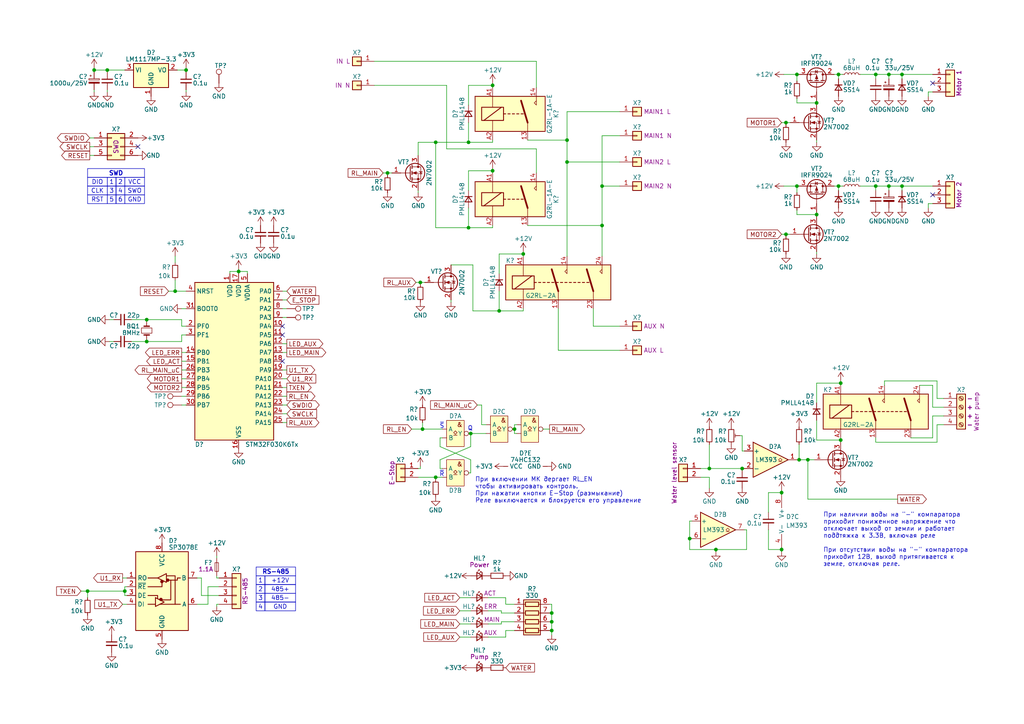
<source format=kicad_sch>
(kicad_sch (version 20230121) (generator eeschema)

  (uuid 6450e7fa-7a31-4aa4-8e80-7e6cbe2452fc)

  (paper "A4")

  (title_block
    (title "RS485_Relay2 module")
    (rev "1")
    (company "ООО \"Экросхим\"")
    (comment 1 "Anton Mukhin")
  )

  

  (junction (at 257.81 21.59) (diameter 0) (color 0 0 0 0)
    (uuid 025861c3-9559-4ee6-bd02-0a9dcb606de5)
  )
  (junction (at 135.89 66.04) (diameter 0) (color 0 0 0 0)
    (uuid 0cd95bb8-82a0-46a1-911a-3d045eb8684f)
  )
  (junction (at 69.215 78.74) (diameter 0) (color 0 0 0 0)
    (uuid 0d0a0bc9-4b99-4e81-b380-c4ceadb79b11)
  )
  (junction (at 231.14 21.59) (diameter 0) (color 0 0 0 0)
    (uuid 110b7e71-4eeb-4d1d-9c7c-47e1a96e68cc)
  )
  (junction (at 174.625 65.405) (diameter 0) (color 0 0 0 0)
    (uuid 136d6198-99fd-4b9a-86c4-a4dde0afeafb)
  )
  (junction (at 231.14 53.975) (diameter 0) (color 0 0 0 0)
    (uuid 1cafade9-9100-43b2-b884-9b21df6fb5f9)
  )
  (junction (at 205.74 135.89) (diameter 0) (color 0 0 0 0)
    (uuid 2051fc95-f1ce-412d-a87f-2a94e6a96e67)
  )
  (junction (at 207.645 159.385) (diameter 0) (color 0 0 0 0)
    (uuid 2167fd11-485c-4c85-8740-09b45325c014)
  )
  (junction (at 226.695 142.875) (diameter 0) (color 0 0 0 0)
    (uuid 2e3c7c96-c41a-4fb8-8d7b-2bf0e5108e66)
  )
  (junction (at 257.81 53.975) (diameter 0) (color 0 0 0 0)
    (uuid 304842e7-cd7d-4f4b-8231-dd0cccf4c939)
  )
  (junction (at 160.02 177.8) (diameter 0) (color 0 0 0 0)
    (uuid 36a2ed52-0d63-4126-898c-85fe0410d891)
  )
  (junction (at 234.315 133.35) (diameter 0) (color 0 0 0 0)
    (uuid 41555883-9cac-4116-8698-ba71ce74f7e4)
  )
  (junction (at 160.02 180.34) (diameter 0) (color 0 0 0 0)
    (uuid 53022e14-a6b2-4687-8568-ed01bb0bc801)
  )
  (junction (at 254 53.975) (diameter 0) (color 0 0 0 0)
    (uuid 5354de11-98c5-4e28-a0dc-d6573bf0529c)
  )
  (junction (at 231.775 133.35) (diameter 0) (color 0 0 0 0)
    (uuid 54bad2b4-13ca-4ccd-99ec-16651a6a77d5)
  )
  (junction (at 135.89 41.275) (diameter 0) (color 0 0 0 0)
    (uuid 55c7bdf3-5f8f-4771-9d1d-19fdb4d5c4ab)
  )
  (junction (at 236.855 62.23) (diameter 0) (color 0 0 0 0)
    (uuid 5691b0ab-b1e8-443e-91c2-0f0ac02c5c73)
  )
  (junction (at 144.78 90.17) (diameter 0) (color 0 0 0 0)
    (uuid 5b3fb723-043d-4df8-9745-53892990fd99)
  )
  (junction (at 42.545 92.71) (diameter 0) (color 0 0 0 0)
    (uuid 5b8f7dcc-5c75-4ac6-9d15-61476b3c3ab6)
  )
  (junction (at 126.365 41.275) (diameter 0) (color 0 0 0 0)
    (uuid 5d6c6750-430b-4bfe-b825-1b5354ce9c0f)
  )
  (junction (at 160.02 182.88) (diameter 0) (color 0 0 0 0)
    (uuid 66daeb34-ae29-4d79-939a-fe7740178441)
  )
  (junction (at 136.525 125.73) (diameter 0) (color 0 0 0 0)
    (uuid 67d5c6ea-8a2b-48fd-a4df-a2ed4dcd7647)
  )
  (junction (at 236.855 29.845) (diameter 0) (color 0 0 0 0)
    (uuid 73c7bd7b-8e75-4bba-a6a7-515eb7978897)
  )
  (junction (at 164.465 46.99) (diameter 0) (color 0 0 0 0)
    (uuid 7a74a676-8563-419b-871a-85105152586b)
  )
  (junction (at 25.4 171.45) (diameter 0) (color 0 0 0 0)
    (uuid 7b973aa7-967b-4d7c-a42d-226863a3855e)
  )
  (junction (at 27.305 20.32) (diameter 0) (color 0 0 0 0)
    (uuid 80103748-55ed-41b6-830a-41b5cae1ea4f)
  )
  (junction (at 36.195 171.45) (diameter 0) (color 0 0 0 0)
    (uuid 857ada16-b94d-4a33-95b4-1659a5c003cf)
  )
  (junction (at 243.205 21.59) (diameter 0) (color 0 0 0 0)
    (uuid 9070c74b-7696-4e92-93eb-79dd9f9bfd95)
  )
  (junction (at 215.265 135.89) (diameter 0) (color 0 0 0 0)
    (uuid 933f608a-7f52-47ea-b469-7b36181f332c)
  )
  (junction (at 121.92 81.915) (diameter 0) (color 0 0 0 0)
    (uuid 96d486fe-3702-4d60-a82f-e8ed9056080c)
  )
  (junction (at 142.875 49.53) (diameter 0) (color 0 0 0 0)
    (uuid 9919d863-8c08-4595-8cf7-cbdf5e5ae351)
  )
  (junction (at 174.625 53.975) (diameter 0) (color 0 0 0 0)
    (uuid 9ecf0db4-e9ee-44b5-a26f-8842ded2daa8)
  )
  (junction (at 126.365 138.43) (diameter 0) (color 0 0 0 0)
    (uuid a388b7e2-e07a-4f6b-90ff-fdac428f538d)
  )
  (junction (at 164.465 40.64) (diameter 0) (color 0 0 0 0)
    (uuid aa2ce4ee-985d-41f9-bb0f-f48491d63740)
  )
  (junction (at 261.62 53.975) (diameter 0) (color 0 0 0 0)
    (uuid b08a774d-b492-49c7-90ba-ab0170ccc416)
  )
  (junction (at 53.975 20.32) (diameter 0) (color 0 0 0 0)
    (uuid b62da96e-bb76-44fd-b2a1-0217c85053cd)
  )
  (junction (at 243.205 53.975) (diameter 0) (color 0 0 0 0)
    (uuid bcec5776-fbb8-44b6-bd87-31376a82ad8b)
  )
  (junction (at 112.395 50.165) (diameter 0) (color 0 0 0 0)
    (uuid bdfb88c2-9246-4b92-85b9-7d4fa2c8e2c0)
  )
  (junction (at 254 21.59) (diameter 0) (color 0 0 0 0)
    (uuid bfac10f2-123d-488a-bc50-e2754c4c3ccd)
  )
  (junction (at 227.965 67.945) (diameter 0) (color 0 0 0 0)
    (uuid c1b58180-4bd5-4fc0-9d0c-588cf3c42859)
  )
  (junction (at 42.545 99.06) (diameter 0) (color 0 0 0 0)
    (uuid c26f93a6-4f08-4fc2-b35b-6c12c5252821)
  )
  (junction (at 31.115 20.32) (diameter 0) (color 0 0 0 0)
    (uuid c540ea47-b008-4fc7-802c-fd2fb31c75cc)
  )
  (junction (at 50.8 84.455) (diameter 0) (color 0 0 0 0)
    (uuid c69ece61-cf8a-4a14-a080-5b124fc14304)
  )
  (junction (at 243.84 127.635) (diameter 0) (color 0 0 0 0)
    (uuid cabf4744-c332-47ee-8f69-efbc1a99fbd1)
  )
  (junction (at 200.025 156.21) (diameter 0) (color 0 0 0 0)
    (uuid cc605d83-b9bc-4e7b-85f5-4ff3119684c8)
  )
  (junction (at 151.765 73.66) (diameter 0) (color 0 0 0 0)
    (uuid d2820321-1327-4d7c-8be3-3164991c35f7)
  )
  (junction (at 149.225 124.46) (diameter 0) (color 0 0 0 0)
    (uuid d31ee352-9853-40f1-a9e6-f711a7f6e079)
  )
  (junction (at 226.695 159.385) (diameter 0) (color 0 0 0 0)
    (uuid d8578f05-a456-4a12-936b-72167241647f)
  )
  (junction (at 243.84 111.125) (diameter 0) (color 0 0 0 0)
    (uuid dfebfafd-ac40-415b-8d6f-168a5f120789)
  )
  (junction (at 261.62 21.59) (diameter 0) (color 0 0 0 0)
    (uuid e6dbe63b-48bb-4339-8bb7-c2978fe186fa)
  )
  (junction (at 122.555 124.46) (diameter 0) (color 0 0 0 0)
    (uuid f09829d1-30a2-4b66-b1a1-f55c538c91a8)
  )
  (junction (at 142.875 24.765) (diameter 0) (color 0 0 0 0)
    (uuid fe389413-527d-4c11-b4ef-5da36248a350)
  )
  (junction (at 227.965 35.56) (diameter 0) (color 0 0 0 0)
    (uuid ffcdf3fd-3f76-49e3-aa46-7be728dc307c)
  )

  (no_connect (at 81.915 94.615) (uuid 03f8abea-e6c1-455c-84e4-6cd5273dad97))
  (no_connect (at 81.915 97.155) (uuid 3a1fd257-168e-44bd-81e7-e3954898bedd))
  (no_connect (at 40.005 42.545) (uuid 684d7b93-7724-429f-9672-a6aac24ff43d))
  (no_connect (at 270.51 56.515) (uuid 9650b997-0b7d-4e61-bdb6-2b2c08ec3a5a))
  (no_connect (at 270.51 24.13) (uuid d3831871-95b0-42eb-bd90-4b6bf35bc9ab))
  (no_connect (at 81.915 104.775) (uuid f0e0226a-4305-43ff-9a66-e0a7df344eb1))

  (wire (pts (xy 126.365 138.43) (xy 128.27 138.43))
    (stroke (width 0) (type default))
    (uuid 0087c397-f528-42ef-a7c1-acdd726555d9)
  )
  (wire (pts (xy 26.035 42.545) (xy 27.305 42.545))
    (stroke (width 0) (type default))
    (uuid 00b6dd6d-436d-4ce0-a32e-b73d035b4b02)
  )
  (wire (pts (xy 227.33 21.59) (xy 231.14 21.59))
    (stroke (width 0) (type default))
    (uuid 011bced7-9127-47a7-aeca-aa44b86fb037)
  )
  (wire (pts (xy 130.81 86.995) (xy 130.81 87.63))
    (stroke (width 0) (type default))
    (uuid 0127a94d-4374-4d4c-be2a-2d00bb563f3e)
  )
  (wire (pts (xy 215.265 135.89) (xy 215.9 135.89))
    (stroke (width 0) (type default))
    (uuid 02be5ec9-b021-4f94-b855-741a971830a5)
  )
  (wire (pts (xy 140.97 123.19) (xy 139.7 123.19))
    (stroke (width 0) (type default))
    (uuid 035dc596-e3ab-4253-9de6-17563127271c)
  )
  (wire (pts (xy 254 127) (xy 254 128.27))
    (stroke (width 0) (type default))
    (uuid 04155474-4984-4345-9fd9-7f0da614a137)
  )
  (wire (pts (xy 145.415 180.975) (xy 145.415 180.34))
    (stroke (width 0) (type default))
    (uuid 056c5ecb-4673-4d09-9185-b2dd7c23cb00)
  )
  (wire (pts (xy 25.4 171.45) (xy 36.195 171.45))
    (stroke (width 0) (type default))
    (uuid 05d85703-ced6-42c8-a0a4-fe022770cba4)
  )
  (wire (pts (xy 142.875 24.13) (xy 142.875 24.765))
    (stroke (width 0) (type default))
    (uuid 068be98b-1507-4251-89bc-bdd649b4fb1a)
  )
  (wire (pts (xy 207.645 159.385) (xy 207.645 160.02))
    (stroke (width 0) (type default))
    (uuid 06a89d01-6bd4-4175-87b2-1fcd403c729e)
  )
  (wire (pts (xy 63.5 175.26) (xy 62.865 175.26))
    (stroke (width 0) (type default))
    (uuid 08bf49bc-949f-4c3e-8f40-c89978628c39)
  )
  (wire (pts (xy 145.415 177.8) (xy 149.225 177.8))
    (stroke (width 0) (type default))
    (uuid 09084143-c152-4d14-9cde-2875a560dc3e)
  )
  (wire (pts (xy 222.885 153.67) (xy 222.885 159.385))
    (stroke (width 0) (type default))
    (uuid 0a853dc6-dd2a-437b-a440-87521a88cf43)
  )
  (wire (pts (xy 31.115 20.32) (xy 36.195 20.32))
    (stroke (width 0) (type default))
    (uuid 0aac398f-a3c9-4277-b714-3dff0b7b2fc8)
  )
  (wire (pts (xy 270.51 127) (xy 270.51 120.65))
    (stroke (width 0) (type default))
    (uuid 0b8f9e17-8cce-42c6-b8dd-dc8146f3f165)
  )
  (wire (pts (xy 159.385 177.8) (xy 160.02 177.8))
    (stroke (width 0) (type default))
    (uuid 0d09c338-b37f-46e3-b77c-ae4bcd93c8f6)
  )
  (wire (pts (xy 249.555 53.975) (xy 254 53.975))
    (stroke (width 0) (type default))
    (uuid 0daf5c94-b47c-4ea9-a69c-bff3e3c6b317)
  )
  (wire (pts (xy 144.78 73.66) (xy 151.765 73.66))
    (stroke (width 0) (type default))
    (uuid 0e99f3c7-2cbb-4a42-98d1-c3c2ed503082)
  )
  (wire (pts (xy 270.51 118.11) (xy 273.685 118.11))
    (stroke (width 0) (type default))
    (uuid 0edeeff1-4a45-44cc-93d7-665a2028f2bf)
  )
  (wire (pts (xy 52.705 99.06) (xy 42.545 99.06))
    (stroke (width 0) (type default))
    (uuid 0f79eee7-bcf2-4b1b-9087-ff8e92ab9861)
  )
  (wire (pts (xy 261.62 53.975) (xy 261.62 55.245))
    (stroke (width 0) (type default))
    (uuid 11471a72-b883-4407-8f46-4c100a40d7ec)
  )
  (wire (pts (xy 236.855 29.845) (xy 236.855 30.48))
    (stroke (width 0) (type default))
    (uuid 118a8310-3867-4963-a572-4147aff98f02)
  )
  (wire (pts (xy 236.855 121.92) (xy 236.855 127.635))
    (stroke (width 0) (type default))
    (uuid 12176ba6-4a54-41b2-bece-0a02fe2b49c4)
  )
  (wire (pts (xy 160.02 182.88) (xy 160.02 184.15))
    (stroke (width 0) (type default))
    (uuid 12d537bf-e329-4383-8179-4d6d5bef6387)
  )
  (wire (pts (xy 135.89 55.245) (xy 135.89 49.53))
    (stroke (width 0) (type default))
    (uuid 12d7248f-4b18-4f13-8c77-1634e091e700)
  )
  (wire (pts (xy 257.81 53.975) (xy 257.81 55.245))
    (stroke (width 0) (type default))
    (uuid 12eb2412-da14-4034-94e5-1812006c544d)
  )
  (wire (pts (xy 139.7 117.475) (xy 138.43 117.475))
    (stroke (width 0) (type default))
    (uuid 13db0860-7d38-407c-99d7-551a3bfcd905)
  )
  (wire (pts (xy 31.75 92.71) (xy 33.02 92.71))
    (stroke (width 0) (type default))
    (uuid 1419981e-88bf-4db6-b1db-ab5777992550)
  )
  (wire (pts (xy 53.975 20.32) (xy 53.975 20.955))
    (stroke (width 0) (type default))
    (uuid 1477ee0f-c249-411e-a382-ca1ec47e4edd)
  )
  (wire (pts (xy 52.705 92.71) (xy 42.545 92.71))
    (stroke (width 0) (type default))
    (uuid 15029913-33db-498e-b216-9fb60a7b72f0)
  )
  (wire (pts (xy 142.875 24.765) (xy 142.875 25.4))
    (stroke (width 0) (type default))
    (uuid 166338aa-4e3b-4f51-b567-4f99a0042745)
  )
  (wire (pts (xy 205.74 138.43) (xy 205.74 141.605))
    (stroke (width 0) (type default))
    (uuid 17d9b1b6-6c2d-46eb-b69a-1d98ee0826fb)
  )
  (wire (pts (xy 161.925 101.6) (xy 179.705 101.6))
    (stroke (width 0) (type default))
    (uuid 18cb7944-71ea-44d2-9f28-fca49679ebf6)
  )
  (wire (pts (xy 231.14 21.59) (xy 231.775 21.59))
    (stroke (width 0) (type default))
    (uuid 1b1acf1b-47b3-4766-a109-55f9b7ea8341)
  )
  (wire (pts (xy 243.84 127) (xy 243.84 127.635))
    (stroke (width 0) (type default))
    (uuid 1c271aac-4ec3-43e9-a766-e3a52872b154)
  )
  (wire (pts (xy 81.915 117.475) (xy 83.185 117.475))
    (stroke (width 0) (type default))
    (uuid 1df18233-294b-4e69-b9ab-13113479077b)
  )
  (wire (pts (xy 53.975 97.155) (xy 52.705 97.155))
    (stroke (width 0) (type default))
    (uuid 1e47a892-eaf6-495e-a803-5e7f85b050a7)
  )
  (wire (pts (xy 23.495 171.45) (xy 25.4 171.45))
    (stroke (width 0) (type default))
    (uuid 1e81dc6a-26e3-490d-ac33-dd1398cece90)
  )
  (wire (pts (xy 63.5 167.64) (xy 62.865 167.64))
    (stroke (width 0) (type default))
    (uuid 2269f297-920d-4853-b6af-0344ca220164)
  )
  (wire (pts (xy 62.865 175.26) (xy 62.865 175.895))
    (stroke (width 0) (type default))
    (uuid 232481bf-fde3-48ad-8c36-47b49ba9314d)
  )
  (wire (pts (xy 157.48 124.46) (xy 159.385 124.46))
    (stroke (width 0) (type default))
    (uuid 23eec670-03f3-4416-9740-c83aad4d2fb0)
  )
  (wire (pts (xy 260.35 144.78) (xy 234.315 144.78))
    (stroke (width 0) (type default))
    (uuid 23f20a31-404e-4134-9d1e-8b5d4e912506)
  )
  (wire (pts (xy 137.16 90.17) (xy 144.78 90.17))
    (stroke (width 0) (type default))
    (uuid 244b66ce-d91d-4dc1-b96b-6335ca8812a0)
  )
  (wire (pts (xy 42.545 92.71) (xy 42.545 93.345))
    (stroke (width 0) (type default))
    (uuid 268518ad-e8fd-4cdd-bc31-61ff944e1f40)
  )
  (wire (pts (xy 243.84 127.635) (xy 243.84 128.27))
    (stroke (width 0) (type default))
    (uuid 29071455-d5ff-46cc-929c-e299a5e8be09)
  )
  (wire (pts (xy 141.605 173.355) (xy 146.685 173.355))
    (stroke (width 0) (type default))
    (uuid 29ac071c-2081-4f70-83a0-542bdf7b9db9)
  )
  (wire (pts (xy 271.78 110.49) (xy 271.78 115.57))
    (stroke (width 0) (type default))
    (uuid 2c38ca7b-c644-4b12-8e81-4a3d9a6c2571)
  )
  (wire (pts (xy 48.895 84.455) (xy 50.8 84.455))
    (stroke (width 0) (type default))
    (uuid 2c38d587-cc4f-441b-9863-712b2d508a2f)
  )
  (wire (pts (xy 149.225 123.19) (xy 149.86 123.19))
    (stroke (width 0) (type default))
    (uuid 2df62fbf-5507-46a8-b940-07f3af28b595)
  )
  (wire (pts (xy 52.705 109.855) (xy 53.975 109.855))
    (stroke (width 0) (type default))
    (uuid 2f86537e-afb2-48c2-9a0f-1a81b5c37a9b)
  )
  (wire (pts (xy 26.035 40.005) (xy 27.305 40.005))
    (stroke (width 0) (type default))
    (uuid 301684d8-09d6-4759-bbdd-173ee1a0597a)
  )
  (wire (pts (xy 50.8 81.28) (xy 50.8 84.455))
    (stroke (width 0) (type default))
    (uuid 304f4f5a-b256-4752-9b0e-640b9f5a6a37)
  )
  (wire (pts (xy 266.7 111.76) (xy 270.51 111.76))
    (stroke (width 0) (type default))
    (uuid 3140fe28-db81-4e64-952a-3c17cd55cb3c)
  )
  (wire (pts (xy 51.435 20.32) (xy 53.975 20.32))
    (stroke (width 0) (type default))
    (uuid 31ae2781-f7b0-46d5-aaed-883848cb20df)
  )
  (wire (pts (xy 236.855 62.23) (xy 236.855 62.865))
    (stroke (width 0) (type default))
    (uuid 31fed99c-176a-4685-818f-9ffd7ac26da5)
  )
  (wire (pts (xy 81.915 92.075) (xy 83.185 92.075))
    (stroke (width 0) (type default))
    (uuid 34aa6a88-7b00-4893-8905-6f101bf6ffdd)
  )
  (wire (pts (xy 52.705 104.775) (xy 53.975 104.775))
    (stroke (width 0) (type default))
    (uuid 35e0aadf-ad93-462c-98e4-5d2dd9c3f490)
  )
  (wire (pts (xy 81.915 102.235) (xy 83.185 102.235))
    (stroke (width 0) (type default))
    (uuid 36b52cc7-e3ba-4c09-9df9-5a0b999472bd)
  )
  (wire (pts (xy 151.765 73.025) (xy 151.765 73.66))
    (stroke (width 0) (type default))
    (uuid 36e21bb9-d472-4606-b219-72d13a31128d)
  )
  (wire (pts (xy 174.625 39.37) (xy 174.625 53.975))
    (stroke (width 0) (type default))
    (uuid 37412a9b-3b26-4b3e-b60c-0305e2b92acb)
  )
  (wire (pts (xy 144.78 79.375) (xy 144.78 73.66))
    (stroke (width 0) (type default))
    (uuid 375c1751-a710-4d71-be91-e86967a0cef8)
  )
  (wire (pts (xy 271.78 128.27) (xy 271.78 123.19))
    (stroke (width 0) (type default))
    (uuid 376bca86-867e-4d53-852c-42d2f56c4e61)
  )
  (wire (pts (xy 81.915 109.855) (xy 83.185 109.855))
    (stroke (width 0) (type default))
    (uuid 39d40975-8197-4c2b-a312-2c27eda6798c)
  )
  (wire (pts (xy 155.575 43.18) (xy 155.575 50.165))
    (stroke (width 0) (type default))
    (uuid 3baa2eed-40a7-4c3f-a5b1-0b26f695c977)
  )
  (wire (pts (xy 153.035 65.405) (xy 174.625 65.405))
    (stroke (width 0) (type default))
    (uuid 3bf94c49-23b5-4abb-835a-25378c11868b)
  )
  (wire (pts (xy 63.5 172.72) (xy 58.42 172.72))
    (stroke (width 0) (type default))
    (uuid 3d019a5a-36ba-46dd-b2d0-93bbb6a31dc4)
  )
  (wire (pts (xy 254 128.27) (xy 271.78 128.27))
    (stroke (width 0) (type default))
    (uuid 3fbcd283-7830-480e-85cd-7cba1be4230a)
  )
  (wire (pts (xy 62.865 167.64) (xy 62.865 167.005))
    (stroke (width 0) (type default))
    (uuid 3ffce9ea-6a9c-4605-bd4a-eafd6ddb5e31)
  )
  (wire (pts (xy 164.465 32.385) (xy 179.705 32.385))
    (stroke (width 0) (type default))
    (uuid 40b59981-6f35-4443-af07-2374e49aa43e)
  )
  (wire (pts (xy 127.635 127) (xy 127.635 129.54))
    (stroke (width 0) (type default))
    (uuid 4132ff43-cd91-4b3d-843a-a8ca17d78f89)
  )
  (wire (pts (xy 130.81 76.835) (xy 137.16 76.835))
    (stroke (width 0) (type default))
    (uuid 4134e379-48a7-49e1-a2be-348d77cc34ff)
  )
  (wire (pts (xy 53.975 26.035) (xy 53.975 26.67))
    (stroke (width 0) (type default))
    (uuid 42887598-d59a-4185-8612-8657061760b6)
  )
  (wire (pts (xy 52.705 107.315) (xy 53.975 107.315))
    (stroke (width 0) (type default))
    (uuid 44b6fe80-91ab-43e9-a632-867442d8f3b4)
  )
  (wire (pts (xy 222.885 142.875) (xy 226.695 142.875))
    (stroke (width 0) (type default))
    (uuid 44ef3b3f-9bc1-49da-8c34-cc97a71e22be)
  )
  (wire (pts (xy 52.705 117.475) (xy 53.975 117.475))
    (stroke (width 0) (type default))
    (uuid 45820cd6-08f6-4824-980d-1f569f0327ad)
  )
  (wire (pts (xy 146.685 184.785) (xy 146.685 182.88))
    (stroke (width 0) (type default))
    (uuid 45f8731c-3f36-4c35-b2eb-90fe14eeb5bb)
  )
  (wire (pts (xy 31.75 99.06) (xy 33.02 99.06))
    (stroke (width 0) (type default))
    (uuid 480c20a0-9ddd-41b0-a9cb-60485c9e28c8)
  )
  (wire (pts (xy 69.215 78.105) (xy 69.215 78.74))
    (stroke (width 0) (type default))
    (uuid 488548fb-d2dc-44b0-8bb4-71620ba7080f)
  )
  (wire (pts (xy 69.215 78.74) (xy 71.755 78.74))
    (stroke (width 0) (type default))
    (uuid 4938b4f9-ea85-4690-8900-64894491e7a5)
  )
  (wire (pts (xy 231.14 53.975) (xy 231.14 55.88))
    (stroke (width 0) (type default))
    (uuid 495af3fc-201f-4ed6-98b6-1b18f9e2c34d)
  )
  (wire (pts (xy 254 53.975) (xy 254 55.245))
    (stroke (width 0) (type default))
    (uuid 498d6c9d-d9f7-41bd-b99c-9f8c6dddeddd)
  )
  (wire (pts (xy 129.54 24.765) (xy 129.54 43.18))
    (stroke (width 0) (type default))
    (uuid 49934d4f-2253-4db0-b51e-d6fd80adfbe5)
  )
  (wire (pts (xy 135.89 41.275) (xy 142.875 41.275))
    (stroke (width 0) (type default))
    (uuid 49ea047e-e6de-4579-9349-6a8ae9b32050)
  )
  (wire (pts (xy 231.14 62.23) (xy 236.855 62.23))
    (stroke (width 0) (type default))
    (uuid 4a06c1f8-df0b-4087-8b4c-d98584d80ad5)
  )
  (wire (pts (xy 121.92 81.915) (xy 123.19 81.915))
    (stroke (width 0) (type default))
    (uuid 4aa946cb-bf25-46f7-826c-293c98fbe0e3)
  )
  (wire (pts (xy 149.225 124.46) (xy 149.225 123.19))
    (stroke (width 0) (type default))
    (uuid 4c197d5c-674a-4b92-8abd-1345ada09b83)
  )
  (wire (pts (xy 231.775 133.35) (xy 231.775 128.905))
    (stroke (width 0) (type default))
    (uuid 4c6e91fd-a1d4-495b-9c2b-f93b0ced2240)
  )
  (wire (pts (xy 81.915 112.395) (xy 83.185 112.395))
    (stroke (width 0) (type default))
    (uuid 4c75a68f-9e52-420b-8b84-83c1a66ee899)
  )
  (wire (pts (xy 172.085 89.535) (xy 172.085 94.615))
    (stroke (width 0) (type default))
    (uuid 4d73b166-ceff-4b25-b465-e4537ccc1bcc)
  )
  (wire (pts (xy 215.265 135.89) (xy 215.265 136.525))
    (stroke (width 0) (type default))
    (uuid 4e2d7d1d-ecdc-48e4-a942-2a1168097261)
  )
  (wire (pts (xy 227.33 53.975) (xy 231.14 53.975))
    (stroke (width 0) (type default))
    (uuid 4e73f454-6615-4376-a91a-c7b5d7467e6c)
  )
  (wire (pts (xy 121.92 81.915) (xy 121.92 82.55))
    (stroke (width 0) (type default))
    (uuid 4ec03816-8260-4a72-abd6-e5c7a4489bda)
  )
  (wire (pts (xy 214.63 126.365) (xy 215.265 126.365))
    (stroke (width 0) (type default))
    (uuid 4f80a63c-ed22-4a76-bdaa-f60b863c9a8a)
  )
  (wire (pts (xy 27.305 19.685) (xy 27.305 20.32))
    (stroke (width 0) (type default))
    (uuid 4f9d2a4b-73c0-48d7-86e0-af0f123e4b05)
  )
  (wire (pts (xy 122.555 124.46) (xy 128.27 124.46))
    (stroke (width 0) (type default))
    (uuid 50d899df-96c7-4ec0-b8e4-00449f2243f3)
  )
  (wire (pts (xy 35.56 167.64) (xy 36.83 167.64))
    (stroke (width 0) (type default))
    (uuid 522d026c-fa15-4e72-a6ae-ab60ed302773)
  )
  (wire (pts (xy 160.02 177.8) (xy 160.02 180.34))
    (stroke (width 0) (type default))
    (uuid 53af094c-3b85-4443-b1cb-f22e2537335b)
  )
  (wire (pts (xy 200.025 156.21) (xy 200.66 156.21))
    (stroke (width 0) (type default))
    (uuid 53ecba46-e1e6-4493-9aef-ae5da9d0a1c0)
  )
  (wire (pts (xy 200.025 151.13) (xy 200.025 156.21))
    (stroke (width 0) (type default))
    (uuid 546a8ea6-1b1b-4794-8d3d-7194548e7f7a)
  )
  (wire (pts (xy 50.8 74.295) (xy 50.8 76.2))
    (stroke (width 0) (type default))
    (uuid 54dd2fc5-6816-46be-966d-b9f61f9752dc)
  )
  (wire (pts (xy 121.285 41.275) (xy 126.365 41.275))
    (stroke (width 0) (type default))
    (uuid 56190ca3-f77d-40bc-8ea3-171cda205f27)
  )
  (wire (pts (xy 142.875 41.275) (xy 142.875 40.64))
    (stroke (width 0) (type default))
    (uuid 565f7233-bba9-40bd-94c1-79d796ad9051)
  )
  (wire (pts (xy 53.975 94.615) (xy 52.705 94.615))
    (stroke (width 0) (type default))
    (uuid 5732fba2-e5b6-456b-927f-7ceeb24b678c)
  )
  (wire (pts (xy 236.855 116.84) (xy 236.855 111.125))
    (stroke (width 0) (type default))
    (uuid 57d09f04-8117-4a3d-8c84-4c55ae48a135)
  )
  (wire (pts (xy 27.305 26.035) (xy 27.305 26.67))
    (stroke (width 0) (type default))
    (uuid 57d415d5-10e1-4aa7-9003-88550209902e)
  )
  (wire (pts (xy 236.855 29.21) (xy 236.855 29.845))
    (stroke (width 0) (type default))
    (uuid 5812ebd9-5bbb-4de6-90be-1eba77c34972)
  )
  (wire (pts (xy 226.695 67.945) (xy 227.965 67.945))
    (stroke (width 0) (type default))
    (uuid 58529118-86bf-4024-9b41-6ddadfd74077)
  )
  (wire (pts (xy 52.705 114.935) (xy 53.975 114.935))
    (stroke (width 0) (type default))
    (uuid 58c8eb8b-ab9f-41c8-b858-4709cff7e852)
  )
  (wire (pts (xy 81.915 120.015) (xy 83.185 120.015))
    (stroke (width 0) (type default))
    (uuid 596a4b30-7f01-4264-a8f7-3a8d6b468531)
  )
  (wire (pts (xy 160.02 175.26) (xy 160.02 177.8))
    (stroke (width 0) (type default))
    (uuid 5a242407-16a2-4bcd-8c6c-ba7573d8f1cf)
  )
  (wire (pts (xy 257.81 21.59) (xy 257.81 22.86))
    (stroke (width 0) (type default))
    (uuid 5abdd6ea-48eb-41c3-ba24-83398af6370a)
  )
  (wire (pts (xy 26.035 45.085) (xy 27.305 45.085))
    (stroke (width 0) (type default))
    (uuid 5b79d467-9504-44f9-bbec-f2e16eaa4153)
  )
  (wire (pts (xy 139.7 123.19) (xy 139.7 117.475))
    (stroke (width 0) (type default))
    (uuid 5c654d2e-0582-4dd0-b8a8-8b0e93fa5ca1)
  )
  (wire (pts (xy 144.78 84.455) (xy 144.78 90.17))
    (stroke (width 0) (type default))
    (uuid 5c981c6a-562d-40f0-b599-039ab07347a1)
  )
  (wire (pts (xy 270.51 59.055) (xy 269.24 59.055))
    (stroke (width 0) (type default))
    (uuid 5d755788-f03c-4f94-9290-af4dc72386e7)
  )
  (wire (pts (xy 137.16 76.835) (xy 137.16 90.17))
    (stroke (width 0) (type default))
    (uuid 5db25025-56d1-4768-9e9d-bf32b59fbf0b)
  )
  (wire (pts (xy 231.14 53.975) (xy 231.775 53.975))
    (stroke (width 0) (type default))
    (uuid 5f2e4c32-d23b-441c-8d16-8122079242a1)
  )
  (wire (pts (xy 226.695 159.385) (xy 226.695 158.75))
    (stroke (width 0) (type default))
    (uuid 5f67ae0f-eba6-41c7-993f-6ef436d7795e)
  )
  (wire (pts (xy 57.15 175.26) (xy 60.325 175.26))
    (stroke (width 0) (type default))
    (uuid 5faa5585-9d8b-4653-9124-b6970ace7845)
  )
  (wire (pts (xy 269.24 59.055) (xy 269.24 60.325))
    (stroke (width 0) (type default))
    (uuid 5fd63559-9e08-4af0-ae53-4e4c97b1ef1c)
  )
  (wire (pts (xy 249.555 21.59) (xy 254 21.59))
    (stroke (width 0) (type default))
    (uuid 5fea5bf8-6afe-4cd7-95fc-116a6436538c)
  )
  (wire (pts (xy 136.525 133.35) (xy 136.525 137.16))
    (stroke (width 0) (type default))
    (uuid 5ff96ba2-031d-419a-ba7d-cbec48f8cd00)
  )
  (wire (pts (xy 81.915 99.695) (xy 83.185 99.695))
    (stroke (width 0) (type default))
    (uuid 6231d788-23d6-4409-866c-bd53dbb4e268)
  )
  (wire (pts (xy 135.89 66.04) (xy 142.875 66.04))
    (stroke (width 0) (type default))
    (uuid 62991fe2-1f91-41e4-892c-b3ece9891185)
  )
  (wire (pts (xy 121.92 135.89) (xy 121.92 135.255))
    (stroke (width 0) (type default))
    (uuid 62ffdfc4-2f73-48e7-8276-bc8913f32562)
  )
  (wire (pts (xy 256.54 111.76) (xy 256.54 110.49))
    (stroke (width 0) (type default))
    (uuid 633e687f-292d-40b6-892e-8be15cdfa2ec)
  )
  (wire (pts (xy 149.225 125.73) (xy 149.225 124.46))
    (stroke (width 0) (type default))
    (uuid 636d342e-a19e-4f94-8fa7-82324c86244a)
  )
  (wire (pts (xy 126.365 41.275) (xy 126.365 66.04))
    (stroke (width 0) (type default))
    (uuid 64937227-b362-4edf-8d8e-dbe0f798ecf0)
  )
  (wire (pts (xy 257.81 53.975) (xy 261.62 53.975))
    (stroke (width 0) (type default))
    (uuid 65148a96-fb1b-4127-930d-09c01a0ced45)
  )
  (wire (pts (xy 58.42 167.64) (xy 57.15 167.64))
    (stroke (width 0) (type default))
    (uuid 66c7613d-1ba7-4f21-a26a-ebbf861d9f7f)
  )
  (wire (pts (xy 126.365 138.43) (xy 126.365 139.065))
    (stroke (width 0) (type default))
    (uuid 66f56d85-7221-457c-884b-0f546a0edf97)
  )
  (wire (pts (xy 148.59 124.46) (xy 149.225 124.46))
    (stroke (width 0) (type default))
    (uuid 6873721e-09ec-4770-ad71-b9a63d8b4ce2)
  )
  (wire (pts (xy 127.635 135.89) (xy 127.635 133.35))
    (stroke (width 0) (type default))
    (uuid 694755dc-e696-4eb3-bb0b-6ceafd018593)
  )
  (wire (pts (xy 136.525 125.73) (xy 140.97 125.73))
    (stroke (width 0) (type default))
    (uuid 6990f840-eaf1-4cb4-b260-f7cda3d47193)
  )
  (wire (pts (xy 50.8 84.455) (xy 53.975 84.455))
    (stroke (width 0) (type default))
    (uuid 69bbb8d9-9d8a-4498-ac55-c5e43ddafcea)
  )
  (wire (pts (xy 122.555 122.555) (xy 122.555 124.46))
    (stroke (width 0) (type default))
    (uuid 6b7a5ace-f351-43fb-b5b7-f7108d15653e)
  )
  (wire (pts (xy 126.365 41.275) (xy 135.89 41.275))
    (stroke (width 0) (type default))
    (uuid 6bbbdcdc-3b2d-4613-a5c1-c4de11b6a187)
  )
  (wire (pts (xy 205.74 135.89) (xy 215.265 135.89))
    (stroke (width 0) (type default))
    (uuid 6be4df04-2801-43f8-82c2-cd9825f278a2)
  )
  (wire (pts (xy 81.915 122.555) (xy 83.185 122.555))
    (stroke (width 0) (type default))
    (uuid 706dff62-ed70-42be-b0f8-8b7dc9caa637)
  )
  (wire (pts (xy 149.225 125.73) (xy 149.86 125.73))
    (stroke (width 0) (type default))
    (uuid 710eb54a-3e24-4ca5-8465-0b057eb3e0a2)
  )
  (wire (pts (xy 25.4 171.45) (xy 25.4 173.355))
    (stroke (width 0) (type default))
    (uuid 7174493f-ff80-49cf-b07c-1ed10994d921)
  )
  (wire (pts (xy 135.89 137.16) (xy 136.525 137.16))
    (stroke (width 0) (type default))
    (uuid 71c70f2e-8854-4e5f-b140-a1bd05167268)
  )
  (wire (pts (xy 200.66 151.13) (xy 200.025 151.13))
    (stroke (width 0) (type default))
    (uuid 73b8b4a2-f815-49fd-938a-6dc847e6cd77)
  )
  (wire (pts (xy 58.42 172.72) (xy 58.42 167.64))
    (stroke (width 0) (type default))
    (uuid 75ef3f67-ad01-4045-b7b2-0a3d79d2051c)
  )
  (wire (pts (xy 126.365 66.04) (xy 135.89 66.04))
    (stroke (width 0) (type default))
    (uuid 78990a1e-cdf7-4886-849c-264839d46865)
  )
  (wire (pts (xy 231.14 28.575) (xy 231.14 29.845))
    (stroke (width 0) (type default))
    (uuid 78ad76db-9db1-440d-a396-051ef0d0cbf6)
  )
  (wire (pts (xy 236.855 73.025) (xy 236.855 73.66))
    (stroke (width 0) (type default))
    (uuid 79126480-455d-4a2d-8d66-2f5b09a3947f)
  )
  (wire (pts (xy 270.51 26.67) (xy 269.24 26.67))
    (stroke (width 0) (type default))
    (uuid 7964a0e5-3495-4154-a6cf-01e28ff5838a)
  )
  (wire (pts (xy 142.875 66.04) (xy 142.875 65.405))
    (stroke (width 0) (type default))
    (uuid 7a3310ab-1de6-4b19-bdcf-6c8aa814da3b)
  )
  (wire (pts (xy 231.14 21.59) (xy 231.14 23.495))
    (stroke (width 0) (type default))
    (uuid 7ae8978e-9218-4f3c-8680-9ae17f017631)
  )
  (wire (pts (xy 159.385 175.26) (xy 160.02 175.26))
    (stroke (width 0) (type default))
    (uuid 7c12b03d-5050-4e09-9862-04d1a1eb7ffc)
  )
  (wire (pts (xy 200.025 159.385) (xy 207.645 159.385))
    (stroke (width 0) (type default))
    (uuid 7d08e5e6-ff3c-4a0c-84e9-43f7f478bff8)
  )
  (wire (pts (xy 121.285 135.89) (xy 121.92 135.89))
    (stroke (width 0) (type default))
    (uuid 7db04ce7-91d1-4647-900c-995636e3c49f)
  )
  (wire (pts (xy 146.685 175.26) (xy 149.225 175.26))
    (stroke (width 0) (type default))
    (uuid 7e335b74-bcc5-4cd7-aaac-bb12ad746ce3)
  )
  (wire (pts (xy 226.695 35.56) (xy 227.965 35.56))
    (stroke (width 0) (type default))
    (uuid 7f1ef898-9034-4a43-a470-29fcba775263)
  )
  (wire (pts (xy 36.195 170.18) (xy 36.83 170.18))
    (stroke (width 0) (type default))
    (uuid 7fbfb361-2929-4508-a276-b29d0834cbbc)
  )
  (wire (pts (xy 172.085 94.615) (xy 179.705 94.615))
    (stroke (width 0) (type default))
    (uuid 821d625a-f9c0-4aa7-a54b-da74995f74a8)
  )
  (wire (pts (xy 151.765 90.17) (xy 151.765 89.535))
    (stroke (width 0) (type default))
    (uuid 8245e9d9-a2a0-4d1d-be03-a4907ca3dddd)
  )
  (wire (pts (xy 234.315 144.78) (xy 234.315 133.35))
    (stroke (width 0) (type default))
    (uuid 8363405e-abcb-477f-a8a1-0ea72c89cd42)
  )
  (wire (pts (xy 135.89 30.48) (xy 135.89 24.765))
    (stroke (width 0) (type default))
    (uuid 869eb0bc-4abf-4193-a413-2046507f3747)
  )
  (wire (pts (xy 127.635 129.54) (xy 136.525 133.35))
    (stroke (width 0) (type default))
    (uuid 89b76f65-71eb-4875-84bb-1f4a73478ec5)
  )
  (wire (pts (xy 112.395 50.165) (xy 113.665 50.165))
    (stroke (width 0) (type default))
    (uuid 8a01086a-23e2-4a7c-bb53-6fa2066217f9)
  )
  (wire (pts (xy 226.695 142.24) (xy 226.695 142.875))
    (stroke (width 0) (type default))
    (uuid 8c414ec5-1089-4c02-bf8f-2e83624bcf33)
  )
  (wire (pts (xy 264.16 127) (xy 270.51 127))
    (stroke (width 0) (type default))
    (uuid 8d38f0b4-435d-4e8e-9647-8f123d560815)
  )
  (wire (pts (xy 243.205 21.59) (xy 243.205 22.86))
    (stroke (width 0) (type default))
    (uuid 8e4fa7d1-a5d6-4e81-bc4e-997109aa53e7)
  )
  (wire (pts (xy 66.675 79.375) (xy 66.675 78.74))
    (stroke (width 0) (type default))
    (uuid 8ec6cbe7-a106-4031-94be-28b2ca17de30)
  )
  (wire (pts (xy 133.35 180.975) (xy 136.525 180.975))
    (stroke (width 0) (type default))
    (uuid 9449c85b-39f8-4240-84f2-fb197b5b225c)
  )
  (wire (pts (xy 121.285 45.085) (xy 121.285 41.275))
    (stroke (width 0) (type default))
    (uuid 94778c6d-9e70-43c1-a18f-b9979a73bb09)
  )
  (wire (pts (xy 108.585 17.78) (xy 155.575 17.78))
    (stroke (width 0) (type default))
    (uuid 94ef0776-d0a4-4c34-ab69-5afd797ad2cd)
  )
  (wire (pts (xy 42.545 99.06) (xy 42.545 98.425))
    (stroke (width 0) (type default))
    (uuid 9817c5ec-97f7-4b1f-a70c-095032c5be0c)
  )
  (wire (pts (xy 205.74 128.905) (xy 205.74 135.89))
    (stroke (width 0) (type default))
    (uuid 98537540-0522-44d4-8bf0-39f1473d525e)
  )
  (wire (pts (xy 236.855 61.595) (xy 236.855 62.23))
    (stroke (width 0) (type default))
    (uuid 99538c6b-fa46-4013-92ef-54746e4eb373)
  )
  (wire (pts (xy 236.855 127.635) (xy 243.84 127.635))
    (stroke (width 0) (type default))
    (uuid 9955327c-8817-477d-8883-6b9eba8ebeed)
  )
  (wire (pts (xy 203.2 138.43) (xy 205.74 138.43))
    (stroke (width 0) (type default))
    (uuid 997d7afe-7ee1-46ed-a9e1-cd5bc99e2661)
  )
  (wire (pts (xy 135.89 24.765) (xy 142.875 24.765))
    (stroke (width 0) (type default))
    (uuid 9a43de1a-3bfa-4b0d-b934-01021d94d143)
  )
  (wire (pts (xy 222.885 159.385) (xy 226.695 159.385))
    (stroke (width 0) (type default))
    (uuid 9abf324e-a81b-4928-9483-ff9db5de0796)
  )
  (wire (pts (xy 159.385 182.88) (xy 160.02 182.88))
    (stroke (width 0) (type default))
    (uuid 9beab7a3-5b9d-4d58-8d7e-b3fcb7eb517b)
  )
  (wire (pts (xy 53.975 19.685) (xy 53.975 20.32))
    (stroke (width 0) (type default))
    (uuid 9cbfc92f-b754-495f-a385-a6daa665b57a)
  )
  (wire (pts (xy 60.325 170.18) (xy 63.5 170.18))
    (stroke (width 0) (type default))
    (uuid 9d7ec9ae-303b-4d6b-8a51-223b3b41fccb)
  )
  (wire (pts (xy 174.625 53.975) (xy 179.705 53.975))
    (stroke (width 0) (type default))
    (uuid 9e73013f-f502-497e-bb78-e5fbee8b235c)
  )
  (wire (pts (xy 133.35 173.355) (xy 136.525 173.355))
    (stroke (width 0) (type default))
    (uuid 9ecbdbe5-32aa-4587-ada8-2871b259b4a7)
  )
  (wire (pts (xy 142.875 49.53) (xy 142.875 50.165))
    (stroke (width 0) (type default))
    (uuid 9f4a00ae-eb09-404f-8d5b-2039511a6eaa)
  )
  (wire (pts (xy 38.1 99.06) (xy 42.545 99.06))
    (stroke (width 0) (type default))
    (uuid a1df118b-91a9-400f-88a7-ec4c8f265d47)
  )
  (wire (pts (xy 243.205 53.975) (xy 244.475 53.975))
    (stroke (width 0) (type default))
    (uuid a255de2e-fd60-4b32-8a39-277ef61f94e0)
  )
  (wire (pts (xy 141.605 180.975) (xy 145.415 180.975))
    (stroke (width 0) (type default))
    (uuid a40a8968-4149-4e88-aa59-3d21a64d7205)
  )
  (wire (pts (xy 231.14 133.35) (xy 231.775 133.35))
    (stroke (width 0) (type default))
    (uuid a4240f2c-cb46-4eae-aa74-45ae73cd2960)
  )
  (wire (pts (xy 241.935 53.975) (xy 243.205 53.975))
    (stroke (width 0) (type default))
    (uuid a46d8ac6-d555-4ea8-860f-c05c6a46b23d)
  )
  (wire (pts (xy 256.54 110.49) (xy 271.78 110.49))
    (stroke (width 0) (type default))
    (uuid a533219c-3f77-45e4-ac5d-d304665afa94)
  )
  (wire (pts (xy 164.465 46.99) (xy 164.465 40.64))
    (stroke (width 0) (type default))
    (uuid a75e5957-edc8-43ba-8feb-bc3aa18a5b46)
  )
  (wire (pts (xy 111.125 50.165) (xy 112.395 50.165))
    (stroke (width 0) (type default))
    (uuid a7e65006-c0ba-4756-b784-a91a1e3b9644)
  )
  (wire (pts (xy 236.855 111.125) (xy 243.84 111.125))
    (stroke (width 0) (type default))
    (uuid a85c0e7b-56cf-48a6-8db5-83ac9db09c3e)
  )
  (wire (pts (xy 231.14 29.845) (xy 236.855 29.845))
    (stroke (width 0) (type default))
    (uuid a8b48557-71aa-41f6-91b1-b0c2a5453786)
  )
  (wire (pts (xy 227.965 67.945) (xy 227.965 68.58))
    (stroke (width 0) (type default))
    (uuid a8f8dafa-2ae5-47e9-ba9c-2b9ef5e0a584)
  )
  (wire (pts (xy 133.35 177.165) (xy 136.525 177.165))
    (stroke (width 0) (type default))
    (uuid a9abe008-d478-4cb4-9a14-f39b310ae853)
  )
  (wire (pts (xy 136.525 129.54) (xy 136.525 125.73))
    (stroke (width 0) (type default))
    (uuid aa98e6b5-e22c-4b69-bebd-1ef7eed62234)
  )
  (wire (pts (xy 36.83 172.72) (xy 36.195 172.72))
    (stroke (width 0) (type default))
    (uuid ab2a2858-d867-41cc-befc-416034052167)
  )
  (wire (pts (xy 129.54 43.18) (xy 155.575 43.18))
    (stroke (width 0) (type default))
    (uuid ab6ca7ce-3b85-42c3-9708-4bdb88dc38f5)
  )
  (wire (pts (xy 231.14 60.96) (xy 231.14 62.23))
    (stroke (width 0) (type default))
    (uuid ac86e6ca-0da2-4261-a220-c2d4dd0542ea)
  )
  (wire (pts (xy 133.35 184.785) (xy 136.525 184.785))
    (stroke (width 0) (type default))
    (uuid acab5593-56a5-4450-a66c-0d6e9a018a59)
  )
  (wire (pts (xy 144.78 90.17) (xy 151.765 90.17))
    (stroke (width 0) (type default))
    (uuid adbba161-f053-4a48-b83e-6a1c75f42266)
  )
  (wire (pts (xy 227.965 35.56) (xy 227.965 36.195))
    (stroke (width 0) (type default))
    (uuid ae6ff1ba-bcd3-41f1-af88-6cc5928d10cc)
  )
  (wire (pts (xy 135.89 60.325) (xy 135.89 66.04))
    (stroke (width 0) (type default))
    (uuid b0303bb2-d3ef-47fb-adde-8aa6154f7293)
  )
  (wire (pts (xy 81.915 89.535) (xy 83.185 89.535))
    (stroke (width 0) (type default))
    (uuid b0317fa4-35d3-4dfa-990a-861896e01c48)
  )
  (wire (pts (xy 216.535 153.67) (xy 215.9 153.67))
    (stroke (width 0) (type default))
    (uuid b1103ed6-499f-42b2-af25-71fd75d4be4d)
  )
  (wire (pts (xy 36.195 172.72) (xy 36.195 171.45))
    (stroke (width 0) (type default))
    (uuid b19840c6-7a71-4788-b69d-ac2e9dfe6fce)
  )
  (wire (pts (xy 142.875 48.895) (xy 142.875 49.53))
    (stroke (width 0) (type default))
    (uuid b6a8f292-bdcc-4ead-b464-d05791eefe6c)
  )
  (wire (pts (xy 135.89 35.56) (xy 135.89 41.275))
    (stroke (width 0) (type default))
    (uuid b6bb2a4c-bc34-4a42-a1ad-a8b8de94d894)
  )
  (wire (pts (xy 27.305 20.32) (xy 31.115 20.32))
    (stroke (width 0) (type default))
    (uuid b93576d1-fa20-4252-80f2-d9a0ba9bfbee)
  )
  (wire (pts (xy 141.605 177.165) (xy 145.415 177.165))
    (stroke (width 0) (type default))
    (uuid b9b07733-2922-45ff-9061-580023ee266a)
  )
  (wire (pts (xy 135.89 49.53) (xy 142.875 49.53))
    (stroke (width 0) (type default))
    (uuid ba2ebfa1-7908-43a6-9120-d4e650b660e0)
  )
  (wire (pts (xy 159.385 180.34) (xy 160.02 180.34))
    (stroke (width 0) (type default))
    (uuid bb2ddaa6-56ec-40a1-bbc8-904a5e97d7e4)
  )
  (wire (pts (xy 261.62 21.59) (xy 270.51 21.59))
    (stroke (width 0) (type default))
    (uuid bc4bc1b9-cd5f-4713-9af4-7c1eef22a37e)
  )
  (wire (pts (xy 207.645 159.385) (xy 216.535 159.385))
    (stroke (width 0) (type default))
    (uuid bd4f4e6a-66cd-4d7a-92fc-d5647463d03b)
  )
  (wire (pts (xy 135.89 125.73) (xy 136.525 125.73))
    (stroke (width 0) (type default))
    (uuid bd7a12af-58fe-48f7-a41d-081caa603478)
  )
  (wire (pts (xy 231.775 133.35) (xy 234.315 133.35))
    (stroke (width 0) (type default))
    (uuid bd84dad9-4bd7-4764-b3cb-e7f01ca2a8b8)
  )
  (wire (pts (xy 69.215 78.74) (xy 69.215 79.375))
    (stroke (width 0) (type default))
    (uuid bdb319dd-3ac5-4471-88f3-f9cd298423ef)
  )
  (wire (pts (xy 270.51 120.65) (xy 273.685 120.65))
    (stroke (width 0) (type default))
    (uuid be3f01d9-b8ec-4d76-8ad8-e33b4367b7cc)
  )
  (wire (pts (xy 179.705 39.37) (xy 174.625 39.37))
    (stroke (width 0) (type default))
    (uuid bf46d340-7866-4d5f-8897-a99efbd9e5a4)
  )
  (wire (pts (xy 127.635 127) (xy 128.27 127))
    (stroke (width 0) (type default))
    (uuid c06fa890-eb26-4f11-98d9-934f7bff099a)
  )
  (wire (pts (xy 203.2 135.89) (xy 205.74 135.89))
    (stroke (width 0) (type default))
    (uuid c2f77cc6-fb2b-40df-8fe2-51c7d99fca05)
  )
  (wire (pts (xy 243.84 111.125) (xy 243.84 111.76))
    (stroke (width 0) (type default))
    (uuid c39762e2-312e-4792-a8df-c2bb9a138740)
  )
  (wire (pts (xy 215.265 130.81) (xy 215.9 130.81))
    (stroke (width 0) (type default))
    (uuid c3ff6174-32de-4524-b340-d8b8e98e06d0)
  )
  (wire (pts (xy 145.415 177.165) (xy 145.415 177.8))
    (stroke (width 0) (type default))
    (uuid c484f506-bb97-4d1b-9a17-66a2e374d981)
  )
  (wire (pts (xy 71.755 78.74) (xy 71.755 79.375))
    (stroke (width 0) (type default))
    (uuid c48ba79a-e9b1-49b9-82cb-060a1d7433e2)
  )
  (wire (pts (xy 38.1 92.71) (xy 42.545 92.71))
    (stroke (width 0) (type default))
    (uuid c5bf046c-447e-48e5-af69-575fd5e9b809)
  )
  (wire (pts (xy 261.62 21.59) (xy 261.62 22.86))
    (stroke (width 0) (type default))
    (uuid c6b85a47-9b61-4ac6-830c-4b4630d313c8)
  )
  (wire (pts (xy 174.625 65.405) (xy 174.625 74.295))
    (stroke (width 0) (type default))
    (uuid c957394e-5464-4095-bd3b-bf9d35e60387)
  )
  (wire (pts (xy 216.535 159.385) (xy 216.535 153.67))
    (stroke (width 0) (type default))
    (uuid caea4b9e-f38b-408d-8a19-af50d5668d82)
  )
  (wire (pts (xy 81.915 107.315) (xy 83.185 107.315))
    (stroke (width 0) (type default))
    (uuid cb94d174-8b46-4359-aad1-3e2ba5f99a43)
  )
  (wire (pts (xy 270.51 111.76) (xy 270.51 118.11))
    (stroke (width 0) (type default))
    (uuid cca8b4dc-e030-40a1-b9e7-969b334fe871)
  )
  (wire (pts (xy 127.635 133.35) (xy 136.525 129.54))
    (stroke (width 0) (type default))
    (uuid cd92fb15-36ee-4db9-a06d-fbe13d878810)
  )
  (wire (pts (xy 160.02 180.34) (xy 160.02 182.88))
    (stroke (width 0) (type default))
    (uuid cec465b1-6fb4-4b75-b6d0-02b9f5e67ee1)
  )
  (wire (pts (xy 254 21.59) (xy 254 22.86))
    (stroke (width 0) (type default))
    (uuid d0419978-15a2-4ef8-b142-0b4918a01eb5)
  )
  (wire (pts (xy 127.635 135.89) (xy 128.27 135.89))
    (stroke (width 0) (type default))
    (uuid d076aafa-5887-4104-bed9-73d3bdb0b866)
  )
  (wire (pts (xy 164.465 46.99) (xy 164.465 74.295))
    (stroke (width 0) (type default))
    (uuid d09d03af-e42b-450b-80b6-cf1eef1247f9)
  )
  (wire (pts (xy 108.585 24.765) (xy 129.54 24.765))
    (stroke (width 0) (type default))
    (uuid d0f289f9-f667-4527-95c7-1d1266ddb28f)
  )
  (wire (pts (xy 66.675 78.74) (xy 69.215 78.74))
    (stroke (width 0) (type default))
    (uuid d1d9425e-578d-4f59-bdce-3631e1a56987)
  )
  (wire (pts (xy 121.285 55.245) (xy 121.285 55.88))
    (stroke (width 0) (type default))
    (uuid d3f74877-609c-46cb-8e60-69f70031fdcb)
  )
  (wire (pts (xy 81.915 84.455) (xy 83.185 84.455))
    (stroke (width 0) (type default))
    (uuid d48f9f54-8cf6-41f1-8a08-bf2d022c66c4)
  )
  (wire (pts (xy 62.865 161.29) (xy 62.865 161.925))
    (stroke (width 0) (type default))
    (uuid d5400928-3a44-4224-b84e-e225332c5dd1)
  )
  (wire (pts (xy 269.24 26.67) (xy 269.24 27.94))
    (stroke (width 0) (type default))
    (uuid d557574b-f226-4d57-a764-375f9e6bc10a)
  )
  (wire (pts (xy 52.705 89.535) (xy 53.975 89.535))
    (stroke (width 0) (type default))
    (uuid d5623e77-c5ee-4e45-b26b-431343687f04)
  )
  (wire (pts (xy 234.315 133.35) (xy 236.22 133.35))
    (stroke (width 0) (type default))
    (uuid d828cf1f-1b91-41c3-af6b-f5f06791c001)
  )
  (wire (pts (xy 174.625 65.405) (xy 174.625 53.975))
    (stroke (width 0) (type default))
    (uuid d8a51170-1dc0-46de-957c-b258485f30c7)
  )
  (wire (pts (xy 146.685 173.355) (xy 146.685 175.26))
    (stroke (width 0) (type default))
    (uuid d91ecd85-1721-475f-90d2-c4dec339b31d)
  )
  (wire (pts (xy 164.465 40.64) (xy 164.465 32.385))
    (stroke (width 0) (type default))
    (uuid d97f2916-4855-4b7b-a8e5-dd25afbbdd86)
  )
  (wire (pts (xy 200.025 156.21) (xy 200.025 159.385))
    (stroke (width 0) (type default))
    (uuid db8348bf-d981-4bc3-96aa-ec6a8bd0fea0)
  )
  (wire (pts (xy 141.605 184.785) (xy 146.685 184.785))
    (stroke (width 0) (type default))
    (uuid dbee588a-39ef-4178-b64e-11cd9f5d67cd)
  )
  (wire (pts (xy 35.56 175.26) (xy 36.83 175.26))
    (stroke (width 0) (type default))
    (uuid dcc0a054-2024-4f72-8d64-bd69895c4f23)
  )
  (wire (pts (xy 52.705 97.155) (xy 52.705 99.06))
    (stroke (width 0) (type default))
    (uuid dd03d8e7-319a-472d-ad03-558ada0b5505)
  )
  (wire (pts (xy 243.84 110.49) (xy 243.84 111.125))
    (stroke (width 0) (type default))
    (uuid dd2c74c8-e624-4c46-b0f5-f85502aae1a5)
  )
  (wire (pts (xy 243.205 53.975) (xy 243.205 55.245))
    (stroke (width 0) (type default))
    (uuid de5ddbad-cfeb-4ce2-80e8-bbcd0d690c28)
  )
  (wire (pts (xy 227.965 35.56) (xy 229.235 35.56))
    (stroke (width 0) (type default))
    (uuid df3a77fe-e6ae-4524-bf78-9e5cc7247815)
  )
  (wire (pts (xy 112.395 50.165) (xy 112.395 50.8))
    (stroke (width 0) (type default))
    (uuid e0776d42-3662-466d-aef3-a2561340a61e)
  )
  (wire (pts (xy 81.915 114.935) (xy 83.185 114.935))
    (stroke (width 0) (type default))
    (uuid e15b7763-07fe-4745-9b32-e364b6a6b6b8)
  )
  (wire (pts (xy 271.78 115.57) (xy 273.685 115.57))
    (stroke (width 0) (type default))
    (uuid e26bba6b-e966-447e-8a87-f05a79376653)
  )
  (wire (pts (xy 261.62 53.975) (xy 270.51 53.975))
    (stroke (width 0) (type default))
    (uuid e2f9b75a-8895-474f-a000-5bce7d102cb5)
  )
  (wire (pts (xy 153.035 40.64) (xy 164.465 40.64))
    (stroke (width 0) (type default))
    (uuid e39b0ebf-3a27-479c-8964-cdbe6c8b0094)
  )
  (wire (pts (xy 236.855 40.64) (xy 236.855 41.275))
    (stroke (width 0) (type default))
    (uuid e4b8e9d3-6500-4fdf-8a99-a65485527e69)
  )
  (wire (pts (xy 222.885 148.59) (xy 222.885 142.875))
    (stroke (width 0) (type default))
    (uuid e5c587c0-4c52-44cb-8883-03738cc8d02a)
  )
  (wire (pts (xy 226.695 142.875) (xy 226.695 143.51))
    (stroke (width 0) (type default))
    (uuid e6d6a5cd-1421-4d60-9f6c-97a441aea44f)
  )
  (wire (pts (xy 241.935 21.59) (xy 243.205 21.59))
    (stroke (width 0) (type default))
    (uuid e6dd1964-f5f4-4a60-956a-2fafb6965abd)
  )
  (wire (pts (xy 60.325 175.26) (xy 60.325 170.18))
    (stroke (width 0) (type default))
    (uuid e710e0af-36ba-4ce4-b864-cdc175c9188c)
  )
  (wire (pts (xy 161.925 89.535) (xy 161.925 101.6))
    (stroke (width 0) (type default))
    (uuid e7d950a6-caf0-48ca-a9ec-bc36b05ff8cb)
  )
  (wire (pts (xy 52.705 112.395) (xy 53.975 112.395))
    (stroke (width 0) (type default))
    (uuid e9b41804-b1c2-49a4-b44e-8b016fe658e4)
  )
  (wire (pts (xy 31.115 20.32) (xy 31.115 20.955))
    (stroke (width 0) (type default))
    (uuid e9f38df4-0e72-440d-af31-e58c7eb3a578)
  )
  (wire (pts (xy 27.305 20.32) (xy 27.305 20.955))
    (stroke (width 0) (type default))
    (uuid eb2bf219-54ed-457f-90b8-bab0f4e85e7e)
  )
  (wire (pts (xy 179.705 46.99) (xy 164.465 46.99))
    (stroke (width 0) (type default))
    (uuid eb78fde4-e669-4a6f-948d-9ac3fc8aeaf4)
  )
  (wire (pts (xy 120.65 81.915) (xy 121.92 81.915))
    (stroke (width 0) (type default))
    (uuid ebc2dba4-9d51-40eb-829b-4775393d8fa9)
  )
  (wire (pts (xy 151.765 73.66) (xy 151.765 74.295))
    (stroke (width 0) (type default))
    (uuid ebf67662-74cd-45e7-8c68-7ac9b9c51992)
  )
  (wire (pts (xy 254 21.59) (xy 257.81 21.59))
    (stroke (width 0) (type default))
    (uuid ecd892d1-6e24-4864-a1fc-85e838060a26)
  )
  (wire (pts (xy 254 53.975) (xy 257.81 53.975))
    (stroke (width 0) (type default))
    (uuid ece3bf2f-f819-41c0-a346-644e0bb5a008)
  )
  (wire (pts (xy 155.575 17.78) (xy 155.575 25.4))
    (stroke (width 0) (type default))
    (uuid ee66cedc-41d0-4a7b-a87b-79a17d9a6c6a)
  )
  (wire (pts (xy 119.38 124.46) (xy 122.555 124.46))
    (stroke (width 0) (type default))
    (uuid ee7bbf91-5566-4b2b-a4a1-46689d8ff6e5)
  )
  (wire (pts (xy 145.415 180.34) (xy 149.225 180.34))
    (stroke (width 0) (type default))
    (uuid efd81fb2-bb6c-47c6-8a73-5f14472b1985)
  )
  (wire (pts (xy 121.285 138.43) (xy 126.365 138.43))
    (stroke (width 0) (type default))
    (uuid f21ec11e-d7a6-4434-a9c9-cea9a1cb8226)
  )
  (wire (pts (xy 52.705 94.615) (xy 52.705 92.71))
    (stroke (width 0) (type default))
    (uuid f22d15e2-1131-4bf9-8662-ca737d1e2174)
  )
  (wire (pts (xy 226.695 159.385) (xy 226.695 160.02))
    (stroke (width 0) (type default))
    (uuid f2679f42-3a23-40d0-8da2-506441b5fa9e)
  )
  (wire (pts (xy 215.265 126.365) (xy 215.265 130.81))
    (stroke (width 0) (type default))
    (uuid f3c40568-4442-4a97-b821-72619e50cda3)
  )
  (wire (pts (xy 227.965 67.945) (xy 229.235 67.945))
    (stroke (width 0) (type default))
    (uuid f482757d-bbed-4294-b88d-6a1f3ed9c75b)
  )
  (wire (pts (xy 243.205 21.59) (xy 244.475 21.59))
    (stroke (width 0) (type default))
    (uuid f65ebf04-739a-48f4-a02c-d6d4f37f3420)
  )
  (wire (pts (xy 52.705 102.235) (xy 53.975 102.235))
    (stroke (width 0) (type default))
    (uuid f8ab8494-2ea9-4127-8670-78cdc84eec9c)
  )
  (wire (pts (xy 81.915 86.995) (xy 83.185 86.995))
    (stroke (width 0) (type default))
    (uuid fbb69a05-eaae-47b6-96de-57ad2f3489d2)
  )
  (wire (pts (xy 257.81 21.59) (xy 261.62 21.59))
    (stroke (width 0) (type default))
    (uuid fc959e42-a664-41ec-b12d-985b5969506b)
  )
  (wire (pts (xy 36.195 171.45) (xy 36.195 170.18))
    (stroke (width 0) (type default))
    (uuid fd1c0cc8-cdfe-40c2-9366-be62fedff579)
  )
  (wire (pts (xy 31.115 26.035) (xy 31.115 26.67))
    (stroke (width 0) (type default))
    (uuid fd4d6c7a-c6fa-4b93-8ed8-eedb2d0ed60d)
  )
  (wire (pts (xy 271.78 123.19) (xy 273.685 123.19))
    (stroke (width 0) (type default))
    (uuid ff724d24-a3b1-4cab-8c40-51aa0f01a143)
  )
  (wire (pts (xy 146.685 182.88) (xy 149.225 182.88))
    (stroke (width 0) (type default))
    (uuid fff858cf-8f54-4d27-be3e-5f3e5b11907e)
  )

  (text_box "4"
    (at 33.655 53.975 0) (size 2.54 2.54)
    (stroke (width 0) (type default))
    (fill (type none))
    (effects (font (size 1.27 1.27)))
    (uuid 0084e956-cfb9-49d3-a6ac-094876b08ea7)
  )
  (text_box "SWD"
    (at 25.4 48.895 0) (size 16.51 2.54)
    (stroke (width 0) (type default))
    (fill (type none))
    (effects (font (size 1.27 1.27) (thickness 0.254) bold))
    (uuid 0119a0ea-01c4-4893-abf8-1499fb0430df)
  )
  (text_box "4"
    (at 74.295 174.625 0) (size 2.54 2.54)
    (stroke (width 0) (type default))
    (fill (type none))
    (effects (font (size 1.27 1.27)))
    (uuid 09953e6d-6ddc-4bd7-8d08-eb388989a566)
  )
  (text_box "3"
    (at 31.115 53.975 0) (size 2.54 2.54)
    (stroke (width 0) (type default))
    (fill (type none))
    (effects (font (size 1.27 1.27)))
    (uuid 0ac2d79c-f349-4193-84de-b4b7adb54ad0)
  )
  (text_box "CLK"
    (at 25.4 53.975 0) (size 5.715 2.54)
    (stroke (width 0) (type default))
    (fill (type none))
    (effects (font (size 1.27 1.27)))
    (uuid 27c3b07a-1a0b-4e5d-88d8-3c16ace25cfc)
  )
  (text_box "5"
    (at 31.115 56.515 0) (size 2.54 2.54)
    (stroke (width 0) (type default))
    (fill (type none))
    (effects (font (size 1.27 1.27)))
    (uuid 28f21a0f-6e41-4eff-987a-f868951a343a)
  )
  (text_box "1"
    (at 31.115 51.435 0) (size 2.54 2.54)
    (stroke (width 0) (type default))
    (fill (type none))
    (effects (font (size 1.27 1.27)))
    (uuid 34a9adf0-4060-46d6-bafe-25bdf73e47b7)
  )
  (text_box "RS-485"
    (at 74.295 164.465 0) (size 11.43 2.54)
    (stroke (width 0) (type default))
    (fill (type none))
    (effects (font (size 1.27 1.27) (thickness 0.254) bold))
    (uuid 4891c84f-44aa-44e3-b9c8-1f71d0efc775)
  )
  (text_box "2"
    (at 74.295 169.545 0) (size 2.54 2.54)
    (stroke (width 0) (type default))
    (fill (type none))
    (effects (font (size 1.27 1.27)))
    (uuid 4dbc13ce-32db-4398-808f-09a715f51398)
  )
  (text_box "485+"
    (at 76.835 169.545 0) (size 8.89 2.54)
    (stroke (width 0) (type default))
    (fill (type none))
    (effects (font (size 1.27 1.27)))
    (uuid 4ec1482f-ffdb-49a4-99cd-75a0a012a280)
  )
  (text_box "DIO"
    (at 25.4 51.435 0) (size 5.715 2.54)
    (stroke (width 0) (type default))
    (fill (type none))
    (effects (font (size 1.27 1.27)))
    (uuid 52139426-0c66-4356-a7e9-edff7be5cfaf)
  )
  (text_box "GND"
    (at 76.835 174.625 0) (size 8.89 2.54)
    (stroke (width 0) (type default))
    (fill (type none))
    (effects (font (size 1.27 1.27)))
    (uuid 5264981f-5fc4-41a0-8d4c-47cc2a5cd165)
  )
  (text_box "GND"
    (at 36.195 56.515 0) (size 5.715 2.54)
    (stroke (width 0) (type default))
    (fill (type none))
    (effects (font (size 1.27 1.27)))
    (uuid 5407c6dd-eb49-4243-baa6-8c2b09fcb056)
  )
  (text_box "1"
    (at 74.295 167.005 0) (size 2.54 2.54)
    (stroke (width 0) (type default))
    (fill (type none))
    (effects (font (size 1.27 1.27)))
    (uuid 56de7551-6e78-4390-bf74-796d7cd27383)
  )
  (text_box "3"
    (at 74.295 172.085 0) (size 2.54 2.54)
    (stroke (width 0) (type default))
    (fill (type none))
    (effects (font (size 1.27 1.27)))
    (uuid 58d8ebb5-0a87-460d-b436-9a6636f21767)
  )
  (text_box "RST"
    (at 25.4 56.515 0) (size 5.715 2.54)
    (stroke (width 0) (type default))
    (fill (type none))
    (effects (font (size 1.27 1.27)))
    (uuid 7af0624d-9429-4d6b-9e6b-81ee45c70151)
  )
  (text_box "6"
    (at 33.655 56.515 0) (size 2.54 2.54)
    (stroke (width 0) (type default))
    (fill (type none))
    (effects (font (size 1.27 1.27)))
    (uuid 9e186093-1b11-493c-81cb-ba463f0f641e)
  )
  (text_box "2"
    (at 33.655 51.435 0) (size 2.54 2.54)
    (stroke (width 0) (type default))
    (fill (type none))
    (effects (font (size 1.27 1.27)))
    (uuid a19c4182-a9f8-4b84-9222-32c3814f1a74)
  )
  (text_box "+12V"
    (at 76.835 167.005 0) (size 8.89 2.54)
    (stroke (width 0) (type default))
    (fill (type none))
    (effects (font (size 1.27 1.27)))
    (uuid a6f284f5-d141-49e5-8833-d10316b7f378)
  )
  (text_box "VCC"
    (at 36.195 51.435 0) (size 5.715 2.54)
    (stroke (width 0) (type default))
    (fill (type none))
    (effects (font (size 1.27 1.27)))
    (uuid ae39824f-0690-4d6f-b5c4-c3224bdd9bd0)
  )
  (text_box "SWO"
    (at 36.195 53.975 0) (size 5.715 2.54)
    (stroke (width 0) (type default))
    (fill (type none))
    (effects (font (size 1.27 1.27)))
    (uuid c897c9eb-9934-4e17-b82f-605b6301eaf1)
  )
  (text_box "485-"
    (at 76.835 172.085 0) (size 8.89 2.54)
    (stroke (width 0) (type default))
    (fill (type none))
    (effects (font (size 1.27 1.27)))
    (uuid ef7e33f9-0e23-4561-a9b3-9023e7408151)
  )

  (text "При наличии воды на \"-\" компаратора\nприходит пониженное напряжение что\nотключает выход от земли и работает\nподдтяжка к 3.3В, включая реле\n\nПри отсутствии воды на \"-\" компаратора\nприходит 12В, выход притягивается к\nземле, отключая реле."
    (at 238.76 164.465 0)
    (effects (font (size 1.27 1.27)) (justify left bottom))
    (uuid 6ce2575a-4a67-40d1-bb37-93be2fcccc6b)
  )
  (text "При включении МК дергает RL_EN\nчтобы активировать контроль.\nПри нажатии кнопки E-Stop (размыкание)\nРеле выключается и блокруется его управление"
    (at 137.795 146.05 0)
    (effects (font (size 1.27 1.27)) (justify left bottom))
    (uuid 7ae062f9-f612-4f8a-a449-ce9c0fe71d91)
  )
  (text "~{R}" (at 128.905 138.43 0)
    (effects (font (size 1.27 1.27)) (justify right bottom))
    (uuid a3301fcc-94cf-4e70-8b3f-01ea3213c2f0)
  )
  (text "~{S}" (at 128.905 124.46 0)
    (effects (font (size 1.27 1.27)) (justify right bottom))
    (uuid b48b5f7f-f1b5-4dcf-9332-01e2db8b971a)
  )
  (text "Q" (at 137.16 125.095 0)
    (effects (font (size 1.27 1.27)) (justify right bottom))
    (uuid cf65f90a-0848-4dc7-acd3-56aaa204eca3)
  )

  (global_label "U1_TX" (shape input) (at 35.56 175.26 180) (fields_autoplaced)
    (effects (font (size 1.27 1.27)) (justify right))
    (uuid 0c9b369f-001e-4705-bd11-da5b43abc990)
    (property "Intersheetrefs" "${INTERSHEET_REFS}" (at 26.8901 175.26 0)
      (effects (font (size 1.27 1.27)) (justify right) hide)
    )
  )
  (global_label "LED_AUX" (shape output) (at 83.185 99.695 0) (fields_autoplaced)
    (effects (font (size 1.27 1.27)) (justify left))
    (uuid 0d90583e-ff68-4d41-bae0-66c4053d2f57)
    (property "Intersheetrefs" "${INTERSHEET_REFS}" (at 94.2135 99.695 0)
      (effects (font (size 1.27 1.27)) (justify left) hide)
    )
  )
  (global_label "U1_RX" (shape input) (at 83.185 109.855 0) (fields_autoplaced)
    (effects (font (size 1.27 1.27)) (justify left))
    (uuid 16fca2c8-9b38-4a83-9972-9f2a908492c4)
    (property "Intersheetrefs" "${INTERSHEET_REFS}" (at 92.1573 109.855 0)
      (effects (font (size 1.27 1.27)) (justify left) hide)
    )
  )
  (global_label "E_STOP" (shape input) (at 83.185 86.995 0) (fields_autoplaced)
    (effects (font (size 1.27 1.27)) (justify left))
    (uuid 1ad22292-8fa3-475f-876d-438041503c4f)
    (property "Intersheetrefs" "${INTERSHEET_REFS}" (at 93.0644 86.995 0)
      (effects (font (size 1.27 1.27)) (justify left) hide)
    )
  )
  (global_label "LED_ERR" (shape output) (at 52.705 102.235 180) (fields_autoplaced)
    (effects (font (size 1.27 1.27)) (justify right))
    (uuid 20dd1c19-f2fd-4fa2-9b9e-07da8cfba9c9)
    (property "Intersheetrefs" "${INTERSHEET_REFS}" (at 41.6161 102.235 0)
      (effects (font (size 1.27 1.27)) (justify right) hide)
    )
  )
  (global_label "WATER" (shape output) (at 260.35 144.78 0) (fields_autoplaced)
    (effects (font (size 1.27 1.27)) (justify left))
    (uuid 2b7c2968-419e-4d6b-a5bc-8d5ede2786dd)
    (property "Intersheetrefs" "${INTERSHEET_REFS}" (at 269.2618 144.78 0)
      (effects (font (size 1.27 1.27)) (justify left) hide)
    )
  )
  (global_label "TXEN" (shape input) (at 23.495 171.45 180) (fields_autoplaced)
    (effects (font (size 1.27 1.27)) (justify right))
    (uuid 31ce5caa-47a3-4dcf-995c-116e68e2c7d7)
    (property "Intersheetrefs" "${INTERSHEET_REFS}" (at 15.8532 171.45 0)
      (effects (font (size 1.27 1.27)) (justify right) hide)
    )
  )
  (global_label "SWDIO" (shape bidirectional) (at 83.185 117.475 0) (fields_autoplaced)
    (effects (font (size 1.27 1.27)) (justify left))
    (uuid 3e6b94d3-2651-4ea7-9996-995bf0b5452e)
    (property "Intersheetrefs" "${INTERSHEET_REFS}" (at 93.1477 117.475 0)
      (effects (font (size 1.27 1.27)) (justify left) hide)
    )
  )
  (global_label "LED_ACT" (shape output) (at 52.705 104.775 180) (fields_autoplaced)
    (effects (font (size 1.27 1.27)) (justify right))
    (uuid 4e02d3d6-01c0-4678-b65b-6e72cf099e76)
    (property "Intersheetrefs" "${INTERSHEET_REFS}" (at 41.9789 104.775 0)
      (effects (font (size 1.27 1.27)) (justify right) hide)
    )
  )
  (global_label "RL_MAIN_uC" (shape input) (at 138.43 117.475 180) (fields_autoplaced)
    (effects (font (size 1.27 1.27)) (justify right))
    (uuid 5a36c77b-8048-414e-8125-1547458a64d5)
    (property "Intersheetrefs" "${INTERSHEET_REFS}" (at 124.3172 117.475 0)
      (effects (font (size 1.27 1.27)) (justify right) hide)
    )
  )
  (global_label "RL_AUX" (shape input) (at 120.65 81.915 180) (fields_autoplaced)
    (effects (font (size 1.27 1.27)) (justify right))
    (uuid 64a7d500-bf41-4698-85bc-22b9c35885b9)
    (property "Intersheetrefs" "${INTERSHEET_REFS}" (at 110.7705 81.915 0)
      (effects (font (size 1.27 1.27)) (justify right) hide)
    )
  )
  (global_label "SWDIO" (shape bidirectional) (at 26.035 40.005 180) (fields_autoplaced)
    (effects (font (size 1.27 1.27)) (justify right))
    (uuid 64afe767-5100-4fe4-b41f-278b3cc55a2c)
    (property "Intersheetrefs" "${INTERSHEET_REFS}" (at 16.0723 40.005 0)
      (effects (font (size 1.27 1.27)) (justify right) hide)
    )
  )
  (global_label "RL_MAIN_uC" (shape output) (at 52.705 107.315 180) (fields_autoplaced)
    (effects (font (size 1.27 1.27)) (justify right))
    (uuid 693306b0-39d9-48ef-9b3e-733073bc6e31)
    (property "Intersheetrefs" "${INTERSHEET_REFS}" (at 38.5922 107.315 0)
      (effects (font (size 1.27 1.27)) (justify right) hide)
    )
  )
  (global_label "RESET" (shape input) (at 48.895 84.455 180) (fields_autoplaced)
    (effects (font (size 1.27 1.27)) (justify right))
    (uuid 7375ad31-834c-428d-8991-ae5317bc31a1)
    (property "Intersheetrefs" "${INTERSHEET_REFS}" (at 40.1647 84.455 0)
      (effects (font (size 1.27 1.27)) (justify right) hide)
    )
  )
  (global_label "SWCLK" (shape output) (at 26.035 42.545 180) (fields_autoplaced)
    (effects (font (size 1.27 1.27)) (justify right))
    (uuid 79fe243e-7866-4ba5-bfa6-35aaea9f6f75)
    (property "Intersheetrefs" "${INTERSHEET_REFS}" (at 16.8208 42.545 0)
      (effects (font (size 1.27 1.27)) (justify right) hide)
    )
  )
  (global_label "LED_ERR" (shape input) (at 133.35 177.165 180) (fields_autoplaced)
    (effects (font (size 1.27 1.27)) (justify right))
    (uuid 809f5a66-3814-4b4c-bd3d-c260690cd67c)
    (property "Intersheetrefs" "${INTERSHEET_REFS}" (at 122.2611 177.165 0)
      (effects (font (size 1.27 1.27)) (justify right) hide)
    )
  )
  (global_label "U1_RX" (shape output) (at 35.56 167.64 180) (fields_autoplaced)
    (effects (font (size 1.27 1.27)) (justify right))
    (uuid 858ac3fc-f650-4b61-9158-6797aeaf3909)
    (property "Intersheetrefs" "${INTERSHEET_REFS}" (at 26.5877 167.64 0)
      (effects (font (size 1.27 1.27)) (justify right) hide)
    )
  )
  (global_label "LED_ACT" (shape input) (at 133.35 173.355 180) (fields_autoplaced)
    (effects (font (size 1.27 1.27)) (justify right))
    (uuid 8c30fd34-4f7f-4e26-ad58-73da824e3686)
    (property "Intersheetrefs" "${INTERSHEET_REFS}" (at 122.6239 173.355 0)
      (effects (font (size 1.27 1.27)) (justify right) hide)
    )
  )
  (global_label "SWCLK" (shape input) (at 83.185 120.015 0) (fields_autoplaced)
    (effects (font (size 1.27 1.27)) (justify left))
    (uuid 9e5d53a3-c7e6-4bbe-9993-f954ff7a2a53)
    (property "Intersheetrefs" "${INTERSHEET_REFS}" (at 92.3992 120.015 0)
      (effects (font (size 1.27 1.27)) (justify left) hide)
    )
  )
  (global_label "U1_TX" (shape output) (at 83.185 107.315 0) (fields_autoplaced)
    (effects (font (size 1.27 1.27)) (justify left))
    (uuid a3f1b6c6-a746-497d-8975-4e977633d3b5)
    (property "Intersheetrefs" "${INTERSHEET_REFS}" (at 91.8549 107.315 0)
      (effects (font (size 1.27 1.27)) (justify left) hide)
    )
  )
  (global_label "RL_EN" (shape output) (at 83.185 114.935 0) (fields_autoplaced)
    (effects (font (size 1.27 1.27)) (justify left))
    (uuid a5156d43-e4f1-475b-9815-9b1a02eaa2c4)
    (property "Intersheetrefs" "${INTERSHEET_REFS}" (at 91.9154 114.935 0)
      (effects (font (size 1.27 1.27)) (justify left) hide)
    )
  )
  (global_label "WATER" (shape input) (at 83.185 84.455 0) (fields_autoplaced)
    (effects (font (size 1.27 1.27)) (justify left))
    (uuid a5812f06-c305-47e3-9e83-1183775fcd39)
    (property "Intersheetrefs" "${INTERSHEET_REFS}" (at 92.0968 84.455 0)
      (effects (font (size 1.27 1.27)) (justify left) hide)
    )
  )
  (global_label "TXEN" (shape output) (at 83.185 112.395 0) (fields_autoplaced)
    (effects (font (size 1.27 1.27)) (justify left))
    (uuid b4777745-5f36-4f88-9205-e5605bb055d9)
    (property "Intersheetrefs" "${INTERSHEET_REFS}" (at 90.8268 112.395 0)
      (effects (font (size 1.27 1.27)) (justify left) hide)
    )
  )
  (global_label "LED_MAIN" (shape output) (at 83.185 102.235 0) (fields_autoplaced)
    (effects (font (size 1.27 1.27)) (justify left))
    (uuid b7422554-dbd9-4edd-bdb6-f201a6b85157)
    (property "Intersheetrefs" "${INTERSHEET_REFS}" (at 95.0602 102.235 0)
      (effects (font (size 1.27 1.27)) (justify left) hide)
    )
  )
  (global_label "RL_AUX" (shape output) (at 83.185 122.555 0) (fields_autoplaced)
    (effects (font (size 1.27 1.27)) (justify left))
    (uuid bb1fafbf-6706-42af-88d7-d3689d175ad5)
    (property "Intersheetrefs" "${INTERSHEET_REFS}" (at 93.0645 122.555 0)
      (effects (font (size 1.27 1.27)) (justify left) hide)
    )
  )
  (global_label "MOTOR2" (shape input) (at 226.695 67.945 180) (fields_autoplaced)
    (effects (font (size 1.27 1.27)) (justify right))
    (uuid bccaadd4-c8e0-4ee5-a225-a711ea7aa6bb)
    (property "Intersheetrefs" "${INTERSHEET_REFS}" (at 216.1503 67.945 0)
      (effects (font (size 1.27 1.27)) (justify right) hide)
    )
  )
  (global_label "RESET" (shape output) (at 26.035 45.085 180) (fields_autoplaced)
    (effects (font (size 1.27 1.27)) (justify right))
    (uuid d60aad27-8c90-4141-90d6-31cf071e3593)
    (property "Intersheetrefs" "${INTERSHEET_REFS}" (at 17.3047 45.085 0)
      (effects (font (size 1.27 1.27)) (justify right) hide)
    )
  )
  (global_label "LED_MAIN" (shape input) (at 133.35 180.975 180) (fields_autoplaced)
    (effects (font (size 1.27 1.27)) (justify right))
    (uuid d679fe6e-3aef-4901-8722-63af3c976741)
    (property "Intersheetrefs" "${INTERSHEET_REFS}" (at 121.4748 180.975 0)
      (effects (font (size 1.27 1.27)) (justify right) hide)
    )
  )
  (global_label "MOTOR1" (shape output) (at 52.705 109.855 180) (fields_autoplaced)
    (effects (font (size 1.27 1.27)) (justify right))
    (uuid d6df48e8-730e-4b0d-877d-3008bf2e8545)
    (property "Intersheetrefs" "${INTERSHEET_REFS}" (at 42.1603 109.855 0)
      (effects (font (size 1.27 1.27)) (justify right) hide)
    )
  )
  (global_label "LED_AUX" (shape input) (at 133.35 184.785 180) (fields_autoplaced)
    (effects (font (size 1.27 1.27)) (justify right))
    (uuid e38f1d1c-2ea8-4eb7-9226-105d8988936b)
    (property "Intersheetrefs" "${INTERSHEET_REFS}" (at 122.3215 184.785 0)
      (effects (font (size 1.27 1.27)) (justify right) hide)
    )
  )
  (global_label "MOTOR1" (shape input) (at 226.695 35.56 180) (fields_autoplaced)
    (effects (font (size 1.27 1.27)) (justify right))
    (uuid e816c444-c8c2-40b6-899d-698d45259480)
    (property "Intersheetrefs" "${INTERSHEET_REFS}" (at 216.1503 35.56 0)
      (effects (font (size 1.27 1.27)) (justify right) hide)
    )
  )
  (global_label "RL_EN" (shape input) (at 119.38 124.46 180) (fields_autoplaced)
    (effects (font (size 1.27 1.27)) (justify right))
    (uuid ea871095-2de0-47e1-af24-eb597f372596)
    (property "Intersheetrefs" "${INTERSHEET_REFS}" (at 110.6496 124.46 0)
      (effects (font (size 1.27 1.27)) (justify right) hide)
    )
  )
  (global_label "RL_MAIN" (shape input) (at 111.125 50.165 180) (fields_autoplaced)
    (effects (font (size 1.27 1.27)) (justify right))
    (uuid f0a87dc6-6628-40d9-8be2-08efedad89b9)
    (property "Intersheetrefs" "${INTERSHEET_REFS}" (at 100.3988 50.165 0)
      (effects (font (size 1.27 1.27)) (justify right) hide)
    )
  )
  (global_label "RL_MAIN" (shape output) (at 159.385 124.46 0) (fields_autoplaced)
    (effects (font (size 1.27 1.27)) (justify left))
    (uuid f5fe6780-6e09-4617-952a-92d827fd608a)
    (property "Intersheetrefs" "${INTERSHEET_REFS}" (at 170.1112 124.46 0)
      (effects (font (size 1.27 1.27)) (justify left) hide)
    )
  )
  (global_label "WATER" (shape input) (at 146.685 193.675 0) (fields_autoplaced)
    (effects (font (size 1.27 1.27)) (justify left))
    (uuid f761317d-499d-4f7e-aec9-5ecb947d227e)
    (property "Intersheetrefs" "${INTERSHEET_REFS}" (at 155.5968 193.675 0)
      (effects (font (size 1.27 1.27)) (justify left) hide)
    )
  )
  (global_label "MOTOR2" (shape output) (at 52.705 112.395 180) (fields_autoplaced)
    (effects (font (size 1.27 1.27)) (justify right))
    (uuid f8d91e0f-6ff4-4ac8-81dd-f94f6a26d5e8)
    (property "Intersheetrefs" "${INTERSHEET_REFS}" (at 42.1603 112.395 0)
      (effects (font (size 1.27 1.27)) (justify right) hide)
    )
  )

  (symbol (lib_id "power:GND") (at 43.815 27.94 0) (unit 1)
    (in_bom yes) (on_board yes) (dnp no)
    (uuid 030cc0bc-60ec-46f6-bf86-340d82eed193)
    (property "Reference" "#PWR03" (at 43.815 34.29 0)
      (effects (font (size 1.27 1.27)) hide)
    )
    (property "Value" "GND" (at 43.815 31.75 0)
      (effects (font (size 1.27 1.27)))
    )
    (property "Footprint" "" (at 43.815 27.94 0)
      (effects (font (size 1.27 1.27)) hide)
    )
    (property "Datasheet" "" (at 43.815 27.94 0)
      (effects (font (size 1.27 1.27)) hide)
    )
    (pin "1" (uuid a43a7ac3-b9f0-4461-aa31-0f8452a7f341))
    (instances
      (project "RS485_Relay_V2R1"
        (path "/6450e7fa-7a31-4aa4-8e80-7e6cbe2452fc"
          (reference "#PWR03") (unit 1)
        )
      )
    )
  )

  (symbol (lib_id "power:+12V") (at 226.695 142.24 0) (unit 1)
    (in_bom yes) (on_board yes) (dnp no)
    (uuid 03aeb100-3b0d-4d6d-b8f1-4ed50f2f5fbc)
    (property "Reference" "#PWR052" (at 226.695 146.05 0)
      (effects (font (size 1.27 1.27)) hide)
    )
    (property "Value" "+12V" (at 226.695 138.43 0)
      (effects (font (size 1.27 1.27)))
    )
    (property "Footprint" "" (at 226.695 142.24 0)
      (effects (font (size 1.27 1.27)) hide)
    )
    (property "Datasheet" "" (at 226.695 142.24 0)
      (effects (font (size 1.27 1.27)) hide)
    )
    (pin "1" (uuid 345fdb71-71ac-4dc8-894b-63eb33a649d9))
    (instances
      (project "RS485_Relay_V2R1"
        (path "/6450e7fa-7a31-4aa4-8e80-7e6cbe2452fc"
          (reference "#PWR052") (unit 1)
        )
      )
    )
  )

  (symbol (lib_id "Connector:TestPoint") (at 83.185 92.075 270) (mirror x) (unit 1)
    (in_bom no) (on_board yes) (dnp no)
    (uuid 0a372c73-19db-4b84-93a4-f6e830afb1b2)
    (property "Reference" "TP?" (at 87.63 92.075 90)
      (effects (font (size 1.27 1.27)) (justify left))
    )
    (property "Value" "TestPoint" (at 85.217 90.17 0)
      (effects (font (size 1.27 1.27)) (justify left) hide)
    )
    (property "Footprint" "" (at 83.185 86.995 0)
      (effects (font (size 1.27 1.27)) hide)
    )
    (property "Datasheet" "~" (at 83.185 86.995 0)
      (effects (font (size 1.27 1.27)) hide)
    )
    (pin "1" (uuid afeb8cae-7159-456e-98d4-4d532b6250d4))
    (instances
      (project "RS485_Relay_V2R1"
        (path "/6450e7fa-7a31-4aa4-8e80-7e6cbe2452fc"
          (reference "TP?") (unit 1)
        )
      )
    )
  )

  (symbol (lib_id "Transistor_FET:2N7002") (at 234.315 35.56 0) (unit 1)
    (in_bom yes) (on_board yes) (dnp no)
    (uuid 0b9abe55-3cf3-44b9-b628-99041479b620)
    (property "Reference" "VT?" (at 238.76 34.925 0)
      (effects (font (size 1.27 1.27)) (justify left))
    )
    (property "Value" "2N7002" (at 238.76 36.83 0)
      (effects (font (size 1.27 1.27)) (justify left))
    )
    (property "Footprint" "Package_TO_SOT_SMD:SOT-23" (at 239.395 37.465 0)
      (effects (font (size 1.27 1.27) italic) (justify left) hide)
    )
    (property "Datasheet" "https://www.onsemi.com/pub/Collateral/NDS7002A-D.PDF" (at 234.315 35.56 0)
      (effects (font (size 1.27 1.27)) (justify left) hide)
    )
    (pin "1" (uuid 75532093-1bb6-46a7-9959-4005581fffd8))
    (pin "2" (uuid 58bb47ea-6a11-4377-bb4f-ce69161333a9))
    (pin "3" (uuid 62f728a8-0da3-4f27-a895-9314c78cb491))
    (instances
      (project "RS485_Relay_V2R1"
        (path "/6450e7fa-7a31-4aa4-8e80-7e6cbe2452fc"
          (reference "VT?") (unit 1)
        )
      )
    )
  )

  (symbol (lib_id "power:GND") (at 130.81 87.63 0) (unit 1)
    (in_bom yes) (on_board yes) (dnp no)
    (uuid 0c105abb-13b6-4fe7-a734-7a5b90f9127d)
    (property "Reference" "#PWR063" (at 130.81 93.98 0)
      (effects (font (size 1.27 1.27)) hide)
    )
    (property "Value" "GND" (at 130.81 91.44 0)
      (effects (font (size 1.27 1.27)))
    )
    (property "Footprint" "" (at 130.81 87.63 0)
      (effects (font (size 1.27 1.27)) hide)
    )
    (property "Datasheet" "" (at 130.81 87.63 0)
      (effects (font (size 1.27 1.27)) hide)
    )
    (pin "1" (uuid 8d3160ad-ce8d-46f4-a0d1-507d478695a7))
    (instances
      (project "RS485_Relay_V2R1"
        (path "/6450e7fa-7a31-4aa4-8e80-7e6cbe2452fc"
          (reference "#PWR063") (unit 1)
        )
      )
    )
  )

  (symbol (lib_id "power:+12V") (at 62.865 161.29 0) (unit 1)
    (in_bom yes) (on_board yes) (dnp no)
    (uuid 0cf1746e-622d-4402-868d-63f9d80e582e)
    (property "Reference" "#PWR026" (at 62.865 165.1 0)
      (effects (font (size 1.27 1.27)) hide)
    )
    (property "Value" "+12V" (at 62.865 157.48 0)
      (effects (font (size 1.27 1.27)))
    )
    (property "Footprint" "" (at 62.865 161.29 0)
      (effects (font (size 1.27 1.27)) hide)
    )
    (property "Datasheet" "" (at 62.865 161.29 0)
      (effects (font (size 1.27 1.27)) hide)
    )
    (pin "1" (uuid 4a064279-e838-4999-9f38-7856cd7d775c))
    (instances
      (project "RS485_Relay_V2R1"
        (path "/6450e7fa-7a31-4aa4-8e80-7e6cbe2452fc"
          (reference "#PWR026") (unit 1)
        )
      )
    )
  )

  (symbol (lib_id "Connector:TestPoint") (at 63.5 24.13 0) (unit 1)
    (in_bom no) (on_board yes) (dnp no)
    (uuid 0d0cfed8-5bd3-4d8c-80bb-ecaf8a732770)
    (property "Reference" "TP?" (at 62.23 19.05 0)
      (effects (font (size 1.27 1.27)) (justify left))
    )
    (property "Value" "TestPoint" (at 65.405 22.098 0)
      (effects (font (size 1.27 1.27)) (justify left) hide)
    )
    (property "Footprint" "" (at 68.58 24.13 0)
      (effects (font (size 1.27 1.27)) hide)
    )
    (property "Datasheet" "~" (at 68.58 24.13 0)
      (effects (font (size 1.27 1.27)) hide)
    )
    (pin "1" (uuid 4fa527a9-685b-4856-b970-150ecab8d2da))
    (instances
      (project "RS485_Relay_V2R1"
        (path "/6450e7fa-7a31-4aa4-8e80-7e6cbe2452fc"
          (reference "TP?") (unit 1)
        )
      )
    )
  )

  (symbol (lib_id "Connector_Generic:Conn_01x03") (at 275.59 56.515 0) (unit 1)
    (in_bom yes) (on_board yes) (dnp no)
    (uuid 0e6d9ff7-d66b-40ce-9958-75e4f42c1387)
    (property "Reference" "X?" (at 275.59 51.435 0)
      (effects (font (size 1.27 1.27)))
    )
    (property "Value" "WF-3R" (at 278.765 57.785 0)
      (effects (font (size 1.27 1.27)) (justify left) hide)
    )
    (property "Footprint" "" (at 275.59 56.515 0)
      (effects (font (size 1.27 1.27)) hide)
    )
    (property "Datasheet" "~" (at 275.59 56.515 0)
      (effects (font (size 1.27 1.27)) hide)
    )
    (property "Label" "Motor 2" (at 278.13 56.515 90)
      (effects (font (size 1.27 1.27)))
    )
    (pin "1" (uuid e1683421-cdac-402e-bf46-a34ef79c2e86))
    (pin "2" (uuid 6b88b8fd-d65a-401d-b784-ee2f637b2524))
    (pin "3" (uuid 368cf241-7f36-4442-be23-889360223640))
    (instances
      (project "RS485_Relay_V2R1"
        (path "/6450e7fa-7a31-4aa4-8e80-7e6cbe2452fc"
          (reference "X?") (unit 1)
        )
      )
    )
  )

  (symbol (lib_id "Device:Crystal_Small") (at 42.545 95.885 90) (unit 1)
    (in_bom yes) (on_board yes) (dnp no)
    (uuid 0e776336-079a-4f79-b64b-d120042943f9)
    (property "Reference" "BQ1" (at 40.64 94.615 90)
      (effects (font (size 1.27 1.27)) (justify left))
    )
    (property "Value" "8MHz" (at 40.64 96.52 90)
      (effects (font (size 1.27 1.27)) (justify left))
    )
    (property "Footprint" "" (at 42.545 95.885 0)
      (effects (font (size 1.27 1.27)) hide)
    )
    (property "Datasheet" "~" (at 42.545 95.885 0)
      (effects (font (size 1.27 1.27)) hide)
    )
    (pin "1" (uuid f7d8425b-e801-4a7b-82bd-3f4f3ab41806))
    (pin "2" (uuid eddc1ae6-20e5-4c1d-80c7-8e37c29d9944))
    (instances
      (project "RS485_Relay_V2R1"
        (path "/6450e7fa-7a31-4aa4-8e80-7e6cbe2452fc"
          (reference "BQ1") (unit 1)
        )
      )
    )
  )

  (symbol (lib_id "Device:LED_Small") (at 139.065 177.165 0) (mirror y) (unit 1)
    (in_bom yes) (on_board yes) (dnp no)
    (uuid 1196860f-9786-403f-89fc-5f0ed9cc17c4)
    (property "Reference" "HL?" (at 137.795 175.895 0)
      (effects (font (size 1.27 1.27)) (justify left))
    )
    (property "Value" "KP-2012ID" (at 139.0015 173.355 0)
      (effects (font (size 1.27 1.27)) hide)
    )
    (property "Footprint" "" (at 139.065 177.165 90)
      (effects (font (size 1.27 1.27)) hide)
    )
    (property "Datasheet" "~" (at 139.065 177.165 90)
      (effects (font (size 1.27 1.27)) hide)
    )
    (property "Label" "ERR" (at 140.335 175.895 0)
      (effects (font (size 1.27 1.27)) (justify right))
    )
    (pin "1" (uuid 84de555e-f793-4114-a9b5-946c70223263))
    (pin "2" (uuid ce336f5d-fe62-4147-a540-3e41ba896cfb))
    (instances
      (project "RS485_Relay_V2R1"
        (path "/6450e7fa-7a31-4aa4-8e80-7e6cbe2452fc"
          (reference "HL?") (unit 1)
        )
      )
    )
  )

  (symbol (lib_id "Device:LED_Small") (at 139.065 167.005 0) (mirror y) (unit 1)
    (in_bom yes) (on_board yes) (dnp no)
    (uuid 122adad7-76b6-4a94-a59d-576afae845a1)
    (property "Reference" "HL?" (at 139.065 161.925 0)
      (effects (font (size 1.27 1.27)))
    )
    (property "Value" "KP-2012SGD" (at 139.0015 163.195 0)
      (effects (font (size 1.27 1.27)) hide)
    )
    (property "Footprint" "" (at 139.065 167.005 90)
      (effects (font (size 1.27 1.27)) hide)
    )
    (property "Datasheet" "~" (at 139.065 167.005 90)
      (effects (font (size 1.27 1.27)) hide)
    )
    (property "Label" "Power" (at 139.065 163.83 0)
      (effects (font (size 1.27 1.27)))
    )
    (pin "1" (uuid 0509253c-88a0-477d-b0cf-4144f9953a0f))
    (pin "2" (uuid 73817237-e64e-462d-9741-d234d7f7b050))
    (instances
      (project "RS485_Relay_V2R1"
        (path "/6450e7fa-7a31-4aa4-8e80-7e6cbe2452fc"
          (reference "HL?") (unit 1)
        )
      )
    )
  )

  (symbol (lib_id "power:+3V3") (at 40.005 40.005 270) (unit 1)
    (in_bom yes) (on_board yes) (dnp no)
    (uuid 12ffad39-bf0e-46c0-8370-f6e4d496d6c7)
    (property "Reference" "#PWR015" (at 36.195 40.005 0)
      (effects (font (size 1.27 1.27)) hide)
    )
    (property "Value" "+3V3" (at 42.545 40.005 90)
      (effects (font (size 1.27 1.27)) (justify left))
    )
    (property "Footprint" "" (at 40.005 40.005 0)
      (effects (font (size 1.27 1.27)) hide)
    )
    (property "Datasheet" "" (at 40.005 40.005 0)
      (effects (font (size 1.27 1.27)) hide)
    )
    (pin "1" (uuid b2918cd4-8b41-44c4-835f-91b84ac0b02b))
    (instances
      (project "RS485_Relay_V2R1"
        (path "/6450e7fa-7a31-4aa4-8e80-7e6cbe2452fc"
          (reference "#PWR015") (unit 1)
        )
      )
    )
  )

  (symbol (lib_id "power:GND") (at 31.115 26.67 0) (unit 1)
    (in_bom yes) (on_board yes) (dnp no)
    (uuid 15c9036e-6154-456c-8c25-7445d564a7f3)
    (property "Reference" "#PWR05" (at 31.115 33.02 0)
      (effects (font (size 1.27 1.27)) hide)
    )
    (property "Value" "GND" (at 31.115 30.48 0)
      (effects (font (size 1.27 1.27)))
    )
    (property "Footprint" "" (at 31.115 26.67 0)
      (effects (font (size 1.27 1.27)) hide)
    )
    (property "Datasheet" "" (at 31.115 26.67 0)
      (effects (font (size 1.27 1.27)) hide)
    )
    (pin "1" (uuid 728296e1-a9fc-44f8-a23f-2ffe75e0e1cf))
    (instances
      (project "RS485_Relay_V2R1"
        (path "/6450e7fa-7a31-4aa4-8e80-7e6cbe2452fc"
          (reference "#PWR05") (unit 1)
        )
      )
    )
  )

  (symbol (lib_id "Connector_Generic:Conn_01x01") (at 184.785 46.99 0) (unit 1)
    (in_bom yes) (on_board yes) (dnp no)
    (uuid 17b70f00-11ad-44c2-a0cf-d948bf58cdac)
    (property "Reference" "X?" (at 184.785 44.45 0)
      (effects (font (size 1.27 1.27)))
    )
    (property "Value" "Blade 6mm" (at 184.785 43.815 0)
      (effects (font (size 1.27 1.27)) hide)
    )
    (property "Footprint" "" (at 184.785 46.99 0)
      (effects (font (size 1.27 1.27)) hide)
    )
    (property "Datasheet" "~" (at 184.785 46.99 0)
      (effects (font (size 1.27 1.27)) hide)
    )
    (property "Label" "MAIN2 L" (at 186.69 46.99 0)
      (effects (font (size 1.27 1.27)) (justify left))
    )
    (pin "1" (uuid 9bc157d7-8ed6-4508-8042-59f06ad590de))
    (instances
      (project "RS485_Relay_V2R1"
        (path "/6450e7fa-7a31-4aa4-8e80-7e6cbe2452fc"
          (reference "X?") (unit 1)
        )
      )
    )
  )

  (symbol (lib_id "Transistor_FET:2N7002") (at 118.745 50.165 0) (unit 1)
    (in_bom yes) (on_board yes) (dnp no)
    (uuid 1a714b1a-9e45-4dd0-9684-62b0a05b8f20)
    (property "Reference" "VT?" (at 118.745 46.99 0)
      (effects (font (size 1.27 1.27)) (justify right))
    )
    (property "Value" "2N7002" (at 124.46 50.165 90)
      (effects (font (size 1.27 1.27)))
    )
    (property "Footprint" "Package_TO_SOT_SMD:SOT-23" (at 123.825 52.07 0)
      (effects (font (size 1.27 1.27) italic) (justify left) hide)
    )
    (property "Datasheet" "https://www.onsemi.com/pub/Collateral/NDS7002A-D.PDF" (at 118.745 50.165 0)
      (effects (font (size 1.27 1.27)) (justify left) hide)
    )
    (pin "1" (uuid 0b209f52-e3fe-4245-86de-83d1065ab126))
    (pin "2" (uuid 29fc72df-a166-48f6-ade8-12b36f00b3ee))
    (pin "3" (uuid 76d7e0ea-c61c-4383-b741-556f2b6eb4a8))
    (instances
      (project "RS485_Relay_V2R1"
        (path "/6450e7fa-7a31-4aa4-8e80-7e6cbe2452fc"
          (reference "VT?") (unit 1)
        )
      )
    )
  )

  (symbol (lib_id "Connector:Screw_Terminal_01x04") (at 278.765 118.11 0) (unit 1)
    (in_bom yes) (on_board yes) (dnp no)
    (uuid 1aebc2fb-eb56-4ad4-8e82-3ea88596c1b5)
    (property "Reference" "X?" (at 278.765 113.03 0)
      (effects (font (size 1.27 1.27)))
    )
    (property "Value" "Screw_Terminal_01x04" (at 281.94 120.65 0)
      (effects (font (size 1.27 1.27)) (justify left) hide)
    )
    (property "Footprint" "" (at 278.765 118.11 0)
      (effects (font (size 1.27 1.27)) hide)
    )
    (property "Datasheet" "~" (at 278.765 118.11 0)
      (effects (font (size 1.27 1.27)) hide)
    )
    (property "Label" "Water pump" (at 283.21 119.38 90)
      (effects (font (size 1.27 1.27)))
    )
    (property "Field5" "-" (at 281.305 115.57 0)
      (effects (font (size 1.27 1.27) bold))
    )
    (property "Field6" "+" (at 281.305 118.11 0)
      (effects (font (size 1.27 1.27) bold))
    )
    (property "Field7" "+" (at 281.305 120.65 0)
      (effects (font (size 1.27 1.27) bold))
    )
    (property "Field8" "-" (at 281.305 123.19 0)
      (effects (font (size 1.27 1.27) bold))
    )
    (pin "2" (uuid 81f75142-25c1-4e4d-ab7c-fab22fb7d520))
    (pin "4" (uuid f7cd095a-01b1-4ec4-9ae9-6a5920ab65ca))
    (pin "3" (uuid 4dece40e-c2ba-4b7a-9090-5207e044acb8))
    (pin "1" (uuid 7c89d0f4-f4fe-45a0-a7d5-bcaba061a36f))
    (instances
      (project "RS485_Relay_V2R1"
        (path "/6450e7fa-7a31-4aa4-8e80-7e6cbe2452fc"
          (reference "X?") (unit 1)
        )
      )
    )
  )

  (symbol (lib_id "power:+12V") (at 142.875 24.13 0) (unit 1)
    (in_bom yes) (on_board yes) (dnp no)
    (uuid 1c30e11f-4524-49a7-bec4-c91431319e58)
    (property "Reference" "#PWR058" (at 142.875 27.94 0)
      (effects (font (size 1.27 1.27)) hide)
    )
    (property "Value" "+12V" (at 142.875 20.32 0)
      (effects (font (size 1.27 1.27)))
    )
    (property "Footprint" "" (at 142.875 24.13 0)
      (effects (font (size 1.27 1.27)) hide)
    )
    (property "Datasheet" "" (at 142.875 24.13 0)
      (effects (font (size 1.27 1.27)) hide)
    )
    (pin "1" (uuid ae13f402-9549-489e-a164-9a4c668dcd84))
    (instances
      (project "RS485_Relay_V2R1"
        (path "/6450e7fa-7a31-4aa4-8e80-7e6cbe2452fc"
          (reference "#PWR058") (unit 1)
        )
      )
    )
  )

  (symbol (lib_id "Connector_Generic:Conn_01x02") (at 116.205 135.89 0) (mirror y) (unit 1)
    (in_bom yes) (on_board yes) (dnp no)
    (uuid 1d94fa54-953f-48d7-97b2-7a58737d7548)
    (property "Reference" "X?" (at 116.205 133.35 0)
      (effects (font (size 1.27 1.27)))
    )
    (property "Value" "WF-2" (at 116.205 132.08 0)
      (effects (font (size 1.27 1.27)) hide)
    )
    (property "Footprint" "" (at 116.205 135.89 0)
      (effects (font (size 1.27 1.27)) hide)
    )
    (property "Datasheet" "~" (at 116.205 135.89 0)
      (effects (font (size 1.27 1.27)) hide)
    )
    (property "Label" "E-Stop" (at 113.665 137.16 90)
      (effects (font (size 1.27 1.27)))
    )
    (pin "1" (uuid 53a4c029-532c-48b6-9a0d-5ac9a4cc14bd))
    (pin "2" (uuid 4a306e42-a5b5-434c-a859-ccc92e6b05a5))
    (instances
      (project "RS485_Relay_V2R1"
        (path "/6450e7fa-7a31-4aa4-8e80-7e6cbe2452fc"
          (reference "X?") (unit 1)
        )
      )
    )
  )

  (symbol (lib_id "Device:C_Small") (at 215.265 139.065 0) (mirror y) (unit 1)
    (in_bom yes) (on_board yes) (dnp no)
    (uuid 21161676-d26d-4105-a9e7-d6395367301a)
    (property "Reference" "C?" (at 213.36 137.795 0)
      (effects (font (size 1.27 1.27)) (justify left))
    )
    (property "Value" "0.1u" (at 213.36 139.7 0)
      (effects (font (size 1.27 1.27)) (justify left))
    )
    (property "Footprint" "" (at 215.265 139.065 0)
      (effects (font (size 1.27 1.27)) hide)
    )
    (property "Datasheet" "~" (at 215.265 139.065 0)
      (effects (font (size 1.27 1.27)) hide)
    )
    (pin "1" (uuid 3c1797ef-be9e-46d0-acdc-1e3e6dcb6487))
    (pin "2" (uuid 4aceff34-4cda-40ad-a475-4ba84f70e6a0))
    (instances
      (project "RS485_Relay_V2R1"
        (path "/6450e7fa-7a31-4aa4-8e80-7e6cbe2452fc"
          (reference "C?") (unit 1)
        )
      )
    )
  )

  (symbol (lib_id "Device:D_Small") (at 243.205 57.785 270) (unit 1)
    (in_bom yes) (on_board yes) (dnp no)
    (uuid 21baa56e-e7d5-4162-a980-4caae886466b)
    (property "Reference" "VD?" (at 244.475 56.515 90)
      (effects (font (size 1.27 1.27)) (justify left))
    )
    (property "Value" "SS14" (at 244.475 58.42 90)
      (effects (font (size 1.27 1.27)) (justify left))
    )
    (property "Footprint" "" (at 243.205 57.785 90)
      (effects (font (size 1.27 1.27)) hide)
    )
    (property "Datasheet" "~" (at 243.205 57.785 90)
      (effects (font (size 1.27 1.27)) hide)
    )
    (property "Sim.Device" "D" (at 243.205 57.785 0)
      (effects (font (size 1.27 1.27)) hide)
    )
    (property "Sim.Pins" "1=K 2=A" (at 243.205 57.785 0)
      (effects (font (size 1.27 1.27)) hide)
    )
    (pin "1" (uuid b832182f-f1d8-43b3-927e-bc4ff0fce2f3))
    (pin "2" (uuid a1098f48-9552-4c21-a08b-2c843705a691))
    (instances
      (project "RS485_Relay_V2R1"
        (path "/6450e7fa-7a31-4aa4-8e80-7e6cbe2452fc"
          (reference "VD?") (unit 1)
        )
      )
    )
  )

  (symbol (lib_id "Comparator:LM393") (at 229.235 151.13 0) (unit 3)
    (in_bom yes) (on_board yes) (dnp no) (fields_autoplaced)
    (uuid 239e11ae-a438-4512-a094-f84ca7b8d64e)
    (property "Reference" "D?" (at 227.965 149.86 0)
      (effects (font (size 1.27 1.27)) (justify left))
    )
    (property "Value" "LM393" (at 227.965 152.4 0)
      (effects (font (size 1.27 1.27)) (justify left))
    )
    (property "Footprint" "" (at 229.235 151.13 0)
      (effects (font (size 1.27 1.27)) hide)
    )
    (property "Datasheet" "http://www.ti.com/lit/ds/symlink/lm393.pdf" (at 229.235 151.13 0)
      (effects (font (size 1.27 1.27)) hide)
    )
    (pin "1" (uuid 432a5ebd-b963-4c88-bf86-55a25d433100))
    (pin "2" (uuid edf6658a-502a-4e94-bc8b-bb96cff7b1a0))
    (pin "3" (uuid 278d4346-3f92-4d3c-870a-698384c44b61))
    (pin "5" (uuid cd43b7cf-df5c-4ba3-8aac-91b19adb7f40))
    (pin "6" (uuid 70cb9a43-0ddd-49d5-8034-7c96d976ca28))
    (pin "7" (uuid 5b83e658-88e5-47ff-8a7a-c521d14e7e3a))
    (pin "4" (uuid 9a336624-328e-4f3b-90bb-30787c3df17e))
    (pin "8" (uuid 08e321c1-b6ce-4f4d-8aa2-85f48552afe7))
    (instances
      (project "RS485_Relay_V2R1"
        (path "/6450e7fa-7a31-4aa4-8e80-7e6cbe2452fc"
          (reference "D?") (unit 3)
        )
      )
    )
  )

  (symbol (lib_id "Comparator:LM393") (at 208.28 153.67 0) (unit 2)
    (in_bom yes) (on_board yes) (dnp no)
    (uuid 244d5097-eb53-4d45-9f92-1ef68e5a9af7)
    (property "Reference" "D?" (at 208.915 149.225 0)
      (effects (font (size 1.27 1.27)))
    )
    (property "Value" "LM393" (at 207.01 153.67 0)
      (effects (font (size 1.27 1.27)))
    )
    (property "Footprint" "" (at 208.28 153.67 0)
      (effects (font (size 1.27 1.27)) hide)
    )
    (property "Datasheet" "http://www.ti.com/lit/ds/symlink/lm393.pdf" (at 208.28 153.67 0)
      (effects (font (size 1.27 1.27)) hide)
    )
    (pin "1" (uuid 9fdd20f9-33e5-4c23-affa-0f9e18eb2a23))
    (pin "2" (uuid 8820afd6-4e20-49c9-a289-df07b3c35bee))
    (pin "3" (uuid 3c944c5b-3a4d-4645-b07a-47a77121b4b5))
    (pin "5" (uuid b99f2231-b3f3-4612-a50b-40f450dca825))
    (pin "6" (uuid 92bd54b2-29f1-4da7-b635-3fcdf00cdc76))
    (pin "7" (uuid 264b1c4b-b73b-492c-98fd-4f7546a1fa50))
    (pin "4" (uuid bec43a4c-5e2f-43b7-9653-028e40b3fbfd))
    (pin "8" (uuid a3a2f307-b908-4729-81b7-7b6b9864c619))
    (instances
      (project "RS485_Relay_V2R1"
        (path "/6450e7fa-7a31-4aa4-8e80-7e6cbe2452fc"
          (reference "D?") (unit 2)
        )
      )
    )
  )

  (symbol (lib_id "Device:R_Small") (at 231.775 126.365 0) (mirror y) (unit 1)
    (in_bom yes) (on_board yes) (dnp no)
    (uuid 2489f7a0-d764-4c95-bf91-437d99b51656)
    (property "Reference" "R?" (at 233.045 125.095 0)
      (effects (font (size 1.27 1.27)) (justify right))
    )
    (property "Value" "10k" (at 233.045 127.635 0)
      (effects (font (size 1.27 1.27)) (justify right))
    )
    (property "Footprint" "" (at 231.775 126.365 0)
      (effects (font (size 1.27 1.27)) hide)
    )
    (property "Datasheet" "~" (at 231.775 126.365 0)
      (effects (font (size 1.27 1.27)) hide)
    )
    (pin "1" (uuid a98ea3ee-628d-4329-8f24-a76f5ac0f65b))
    (pin "2" (uuid bba5408b-9f4b-4c3d-87b7-5c09b7acf84a))
    (instances
      (project "RS485_Relay_V2R1"
        (path "/6450e7fa-7a31-4aa4-8e80-7e6cbe2452fc"
          (reference "R?") (unit 1)
        )
      )
    )
  )

  (symbol (lib_id "power:GND") (at 158.75 135.255 90) (unit 1)
    (in_bom yes) (on_board yes) (dnp no)
    (uuid 25fb1c7b-7439-4555-afed-71bc96420db2)
    (property "Reference" "#PWR066" (at 165.1 135.255 0)
      (effects (font (size 1.27 1.27)) hide)
    )
    (property "Value" "GND" (at 163.83 135.255 90)
      (effects (font (size 1.27 1.27)))
    )
    (property "Footprint" "" (at 158.75 135.255 0)
      (effects (font (size 1.27 1.27)) hide)
    )
    (property "Datasheet" "" (at 158.75 135.255 0)
      (effects (font (size 1.27 1.27)) hide)
    )
    (pin "1" (uuid 9ed02fb0-bb8f-4cb7-a694-46e22fbc781e))
    (instances
      (project "RS485_Relay_V2R1"
        (path "/6450e7fa-7a31-4aa4-8e80-7e6cbe2452fc"
          (reference "#PWR066") (unit 1)
        )
      )
    )
  )

  (symbol (lib_id "Connector_Generic:Conn_01x03") (at 275.59 24.13 0) (unit 1)
    (in_bom yes) (on_board yes) (dnp no)
    (uuid 26ce8e36-f52d-4148-b3ef-9fb43060caa0)
    (property "Reference" "X?" (at 275.59 19.05 0)
      (effects (font (size 1.27 1.27)))
    )
    (property "Value" "WF-3R" (at 278.765 25.4 0)
      (effects (font (size 1.27 1.27)) (justify left) hide)
    )
    (property "Footprint" "" (at 275.59 24.13 0)
      (effects (font (size 1.27 1.27)) hide)
    )
    (property "Datasheet" "~" (at 275.59 24.13 0)
      (effects (font (size 1.27 1.27)) hide)
    )
    (property "Label" "Motor 1" (at 278.13 24.13 90)
      (effects (font (size 1.27 1.27)))
    )
    (pin "1" (uuid 7f16db3e-f7ef-483f-863d-79e5a8bab7c3))
    (pin "2" (uuid 54330c59-046b-49d1-9f60-9c6af09f4faa))
    (pin "3" (uuid 6c00862f-946f-4e68-acd3-b946322108e3))
    (instances
      (project "RS485_Relay_V2R1"
        (path "/6450e7fa-7a31-4aa4-8e80-7e6cbe2452fc"
          (reference "X?") (unit 1)
        )
      )
    )
  )

  (symbol (lib_id "power:GND") (at 46.99 185.42 0) (unit 1)
    (in_bom yes) (on_board yes) (dnp no)
    (uuid 273fb563-2c9b-4e0a-9f5d-78e088f13f20)
    (property "Reference" "#PWR018" (at 46.99 191.77 0)
      (effects (font (size 1.27 1.27)) hide)
    )
    (property "Value" "GND" (at 46.99 189.23 0)
      (effects (font (size 1.27 1.27)))
    )
    (property "Footprint" "" (at 46.99 185.42 0)
      (effects (font (size 1.27 1.27)) hide)
    )
    (property "Datasheet" "" (at 46.99 185.42 0)
      (effects (font (size 1.27 1.27)) hide)
    )
    (pin "1" (uuid a6b6e10e-b5b7-4e91-b0de-c20b08fdc824))
    (instances
      (project "RS485_Relay_V2R1"
        (path "/6450e7fa-7a31-4aa4-8e80-7e6cbe2452fc"
          (reference "#PWR018") (unit 1)
        )
      )
    )
  )

  (symbol (lib_id "Ecohim:74HC132") (at 152.4 135.255 90) (unit 5)
    (in_bom yes) (on_board yes) (dnp no)
    (uuid 281fef95-b96d-48e0-904a-dcb7f4215aa8)
    (property "Reference" "D?" (at 152.4 131.445 90)
      (effects (font (size 1.27 1.27)))
    )
    (property "Value" "74HC132" (at 152.4 133.35 90)
      (effects (font (size 1.27 1.27)))
    )
    (property "Footprint" "Package_SO:SOIC-14-16_3.9x9.9mm_P1.27mm" (at 152.273 135.255 0)
      (effects (font (size 1.27 1.27)) hide)
    )
    (property "Datasheet" "https://static.chipdip.ru/lib/335/DOC030335654.pdf" (at 152.273 135.255 0)
      (effects (font (size 1.27 1.27)) hide)
    )
    (pin "5" (uuid a4acce49-e2f1-421e-a0c0-d02e1bf00fb7))
    (pin "9" (uuid 17b593d8-61ca-4cb4-8a37-f98f22653540))
    (pin "11" (uuid 5a782041-991a-441d-a0b6-74eabcb05a93))
    (pin "4" (uuid a645110e-1368-4a5d-bcf3-6993c7b085ed))
    (pin "3" (uuid b83d3502-11f7-4695-947d-af824593afd5))
    (pin "6" (uuid 80fdf12e-b4e2-47ae-940f-eca3748167be))
    (pin "8" (uuid 732b0981-ba15-4506-a9a7-450d91da35df))
    (pin "12" (uuid d2ec8411-e392-4c85-8b51-04656539d702))
    (pin "7" (uuid 1e5faacd-401c-470a-b8a8-f652abd1a364))
    (pin "1" (uuid 7a683aef-ea7f-4254-b029-34ce2c3bc934))
    (pin "13" (uuid 8e730ccf-7eea-4243-b2d7-e416f44aee0a))
    (pin "2" (uuid 3eef66b1-45b2-430e-833c-e9d08186ed5d))
    (pin "10" (uuid c653b426-635c-4366-85dd-a3c287959fea))
    (pin "14" (uuid d6e2a2d5-5022-4ea7-a58f-f617ed1d830f))
    (instances
      (project "RS485_Relay_V2R1"
        (path "/6450e7fa-7a31-4aa4-8e80-7e6cbe2452fc"
          (reference "D?") (unit 5)
        )
      )
    )
  )

  (symbol (lib_id "Connector_Generic:Conn_01x01") (at 103.505 17.78 0) (mirror y) (unit 1)
    (in_bom yes) (on_board yes) (dnp no)
    (uuid 2948a1d2-7750-435c-827f-b3b0f9533e92)
    (property "Reference" "X?" (at 103.505 15.24 0)
      (effects (font (size 1.27 1.27)))
    )
    (property "Value" "Blade 6mm" (at 103.505 14.605 0)
      (effects (font (size 1.27 1.27)) hide)
    )
    (property "Footprint" "" (at 103.505 17.78 0)
      (effects (font (size 1.27 1.27)) hide)
    )
    (property "Datasheet" "~" (at 103.505 17.78 0)
      (effects (font (size 1.27 1.27)) hide)
    )
    (property "Label" "IN L" (at 101.6 17.78 0)
      (effects (font (size 1.27 1.27)) (justify left))
    )
    (pin "1" (uuid c3aa65fe-d165-45b8-90a8-01d62707beb6))
    (instances
      (project "RS485_Relay_V2R1"
        (path "/6450e7fa-7a31-4aa4-8e80-7e6cbe2452fc"
          (reference "X?") (unit 1)
        )
      )
    )
  )

  (symbol (lib_id "power:+12V") (at 227.33 21.59 90) (unit 1)
    (in_bom yes) (on_board yes) (dnp no)
    (uuid 2eda97f7-16fa-4786-9d7e-ce27b47fa77d)
    (property "Reference" "#PWR028" (at 231.14 21.59 0)
      (effects (font (size 1.27 1.27)) hide)
    )
    (property "Value" "+12V" (at 221.615 21.59 90)
      (effects (font (size 1.27 1.27)))
    )
    (property "Footprint" "" (at 227.33 21.59 0)
      (effects (font (size 1.27 1.27)) hide)
    )
    (property "Datasheet" "" (at 227.33 21.59 0)
      (effects (font (size 1.27 1.27)) hide)
    )
    (pin "1" (uuid 649dbae2-cd1c-45af-98ab-806db80d3b27))
    (instances
      (project "RS485_Relay_V2R1"
        (path "/6450e7fa-7a31-4aa4-8e80-7e6cbe2452fc"
          (reference "#PWR028") (unit 1)
        )
      )
    )
  )

  (symbol (lib_id "Device:C_Small") (at 35.56 92.71 90) (unit 1)
    (in_bom yes) (on_board yes) (dnp no)
    (uuid 2fa62c01-c749-4fcd-8e10-74970e250f3c)
    (property "Reference" "C?" (at 34.29 91.44 90)
      (effects (font (size 1.27 1.27)) (justify left))
    )
    (property "Value" "22p" (at 36.83 91.44 90)
      (effects (font (size 1.27 1.27)) (justify right))
    )
    (property "Footprint" "" (at 35.56 92.71 0)
      (effects (font (size 1.27 1.27)) hide)
    )
    (property "Datasheet" "~" (at 35.56 92.71 0)
      (effects (font (size 1.27 1.27)) hide)
    )
    (pin "1" (uuid 09c5c277-8e35-4067-b4c4-66229cb004b2))
    (pin "2" (uuid 0cacbfeb-f4a1-41a3-9e95-d6088560c945))
    (instances
      (project "RS485_Relay_V2R1"
        (path "/6450e7fa-7a31-4aa4-8e80-7e6cbe2452fc"
          (reference "C?") (unit 1)
        )
      )
    )
  )

  (symbol (lib_id "Transistor_FET:2N7002") (at 234.315 67.945 0) (unit 1)
    (in_bom yes) (on_board yes) (dnp no)
    (uuid 32a0d038-edd6-4b08-8d23-dd7818aa1f84)
    (property "Reference" "VT?" (at 238.76 67.31 0)
      (effects (font (size 1.27 1.27)) (justify left))
    )
    (property "Value" "2N7002" (at 238.76 69.215 0)
      (effects (font (size 1.27 1.27)) (justify left))
    )
    (property "Footprint" "Package_TO_SOT_SMD:SOT-23" (at 239.395 69.85 0)
      (effects (font (size 1.27 1.27) italic) (justify left) hide)
    )
    (property "Datasheet" "https://www.onsemi.com/pub/Collateral/NDS7002A-D.PDF" (at 234.315 67.945 0)
      (effects (font (size 1.27 1.27)) (justify left) hide)
    )
    (pin "1" (uuid 24cffb5b-50c6-4bad-b513-cb225445f37a))
    (pin "2" (uuid 34a775fd-950f-4893-9211-e0132e5c03d3))
    (pin "3" (uuid dfe99a65-4701-4c5c-b3d8-dd19229366e7))
    (instances
      (project "RS485_Relay_V2R1"
        (path "/6450e7fa-7a31-4aa4-8e80-7e6cbe2452fc"
          (reference "VT?") (unit 1)
        )
      )
    )
  )

  (symbol (lib_id "power:GND") (at 126.365 144.145 0) (unit 1)
    (in_bom yes) (on_board yes) (dnp no)
    (uuid 3381bf06-bdef-4103-ae18-4b9bade78cc9)
    (property "Reference" "#PWR067" (at 126.365 150.495 0)
      (effects (font (size 1.27 1.27)) hide)
    )
    (property "Value" "GND" (at 126.365 147.955 0)
      (effects (font (size 1.27 1.27)))
    )
    (property "Footprint" "" (at 126.365 144.145 0)
      (effects (font (size 1.27 1.27)) hide)
    )
    (property "Datasheet" "" (at 126.365 144.145 0)
      (effects (font (size 1.27 1.27)) hide)
    )
    (pin "1" (uuid 4bf421da-d9cd-4c60-8e28-f477cb38c8f7))
    (instances
      (project "RS485_Relay_V2R1"
        (path "/6450e7fa-7a31-4aa4-8e80-7e6cbe2452fc"
          (reference "#PWR067") (unit 1)
        )
      )
    )
  )

  (symbol (lib_id "power:GND") (at 31.75 92.71 270) (unit 1)
    (in_bom yes) (on_board yes) (dnp no)
    (uuid 36fbfcb0-78ff-4cd5-b193-b2af953164cc)
    (property "Reference" "#PWR012" (at 25.4 92.71 0)
      (effects (font (size 1.27 1.27)) hide)
    )
    (property "Value" "GND" (at 27.305 92.71 90)
      (effects (font (size 1.27 1.27)))
    )
    (property "Footprint" "" (at 31.75 92.71 0)
      (effects (font (size 1.27 1.27)) hide)
    )
    (property "Datasheet" "" (at 31.75 92.71 0)
      (effects (font (size 1.27 1.27)) hide)
    )
    (pin "1" (uuid fdb1f6c8-022f-42f3-8f70-78339d2a066e))
    (instances
      (project "RS485_Relay_V2R1"
        (path "/6450e7fa-7a31-4aa4-8e80-7e6cbe2452fc"
          (reference "#PWR012") (unit 1)
        )
      )
    )
  )

  (symbol (lib_id "Relay:G2RL-2A") (at 254 119.38 0) (unit 1)
    (in_bom yes) (on_board yes) (dnp no)
    (uuid 376ea1f8-b74f-4379-9d1f-7cc972d226a2)
    (property "Reference" "K?" (at 238.76 113.03 0)
      (effects (font (size 1.27 1.27)) (justify left))
    )
    (property "Value" "G2RL-2A" (at 244.475 123.19 0)
      (effects (font (size 1.27 1.27)) (justify left))
    )
    (property "Footprint" "Relay_THT:Relay_DPST_Omron_G2RL-2A" (at 270.51 120.65 0)
      (effects (font (size 1.27 1.27)) (justify left) hide)
    )
    (property "Datasheet" "https://omronfs.omron.com/en_US/ecb/products/pdf/en-g2rl.pdf" (at 254 119.38 0)
      (effects (font (size 1.27 1.27)) hide)
    )
    (pin "14" (uuid 66a4c8bf-078c-42cf-be3b-d6a6ac7d9f3c))
    (pin "23" (uuid a0bc536c-5ec8-4058-9805-ac212f608e59))
    (pin "24" (uuid c7fc218b-9f68-4733-857b-d5cd20be7215))
    (pin "A1" (uuid 20a8521e-9898-4b75-bd0e-6652af1e4668))
    (pin "A2" (uuid be33c9be-a272-44fc-8953-1800a072f282))
    (pin "13" (uuid 8fe6224e-8e46-406b-8823-abf902d35464))
    (instances
      (project "RS485_Relay_V2R1"
        (path "/6450e7fa-7a31-4aa4-8e80-7e6cbe2452fc"
          (reference "K?") (unit 1)
        )
      )
    )
  )

  (symbol (lib_id "power:GND") (at 112.395 55.88 0) (unit 1)
    (in_bom yes) (on_board yes) (dnp no)
    (uuid 384b4a12-8838-4420-88b1-cc8cf4e66ee3)
    (property "Reference" "#PWR060" (at 112.395 62.23 0)
      (effects (font (size 1.27 1.27)) hide)
    )
    (property "Value" "GND" (at 112.395 59.69 0)
      (effects (font (size 1.27 1.27)))
    )
    (property "Footprint" "" (at 112.395 55.88 0)
      (effects (font (size 1.27 1.27)) hide)
    )
    (property "Datasheet" "" (at 112.395 55.88 0)
      (effects (font (size 1.27 1.27)) hide)
    )
    (pin "1" (uuid d52a7523-e572-45b6-ad47-2f7266dce4b1))
    (instances
      (project "RS485_Relay_V2R1"
        (path "/6450e7fa-7a31-4aa4-8e80-7e6cbe2452fc"
          (reference "#PWR060") (unit 1)
        )
      )
    )
  )

  (symbol (lib_id "Device:D_Small") (at 261.62 25.4 270) (unit 1)
    (in_bom yes) (on_board yes) (dnp no)
    (uuid 38544e0d-cdeb-434e-a82e-bc542b06337b)
    (property "Reference" "VD?" (at 262.89 24.13 90)
      (effects (font (size 1.27 1.27)) (justify left))
    )
    (property "Value" "SS14" (at 262.89 26.035 90)
      (effects (font (size 1.27 1.27)) (justify left))
    )
    (property "Footprint" "" (at 261.62 25.4 90)
      (effects (font (size 1.27 1.27)) hide)
    )
    (property "Datasheet" "~" (at 261.62 25.4 90)
      (effects (font (size 1.27 1.27)) hide)
    )
    (property "Sim.Device" "D" (at 261.62 25.4 0)
      (effects (font (size 1.27 1.27)) hide)
    )
    (property "Sim.Pins" "1=K 2=A" (at 261.62 25.4 0)
      (effects (font (size 1.27 1.27)) hide)
    )
    (pin "1" (uuid fecf24f3-ca07-431c-859d-9e6ca3a53725))
    (pin "2" (uuid 7243ae8f-5321-4f93-be84-d8ff5eb621ed))
    (instances
      (project "RS485_Relay_V2R1"
        (path "/6450e7fa-7a31-4aa4-8e80-7e6cbe2452fc"
          (reference "VD?") (unit 1)
        )
      )
    )
  )

  (symbol (lib_id "Relay:G2RL-1A-E") (at 147.955 33.02 0) (unit 1)
    (in_bom yes) (on_board yes) (dnp no)
    (uuid 3bdf5fab-bef0-40ce-a839-eca20f215135)
    (property "Reference" "K?" (at 161.29 33.02 90)
      (effects (font (size 1.27 1.27)))
    )
    (property "Value" "G2RL-1A-E" (at 159.385 33.02 90)
      (effects (font (size 1.27 1.27)))
    )
    (property "Footprint" "Relay_THT:Relay_SPST_Omron_G2RL-1A-E" (at 159.385 34.29 0)
      (effects (font (size 1.27 1.27)) (justify left) hide)
    )
    (property "Datasheet" "https://omronfs.omron.com/en_US/ecb/products/pdf/en-g2rl.pdf" (at 147.955 33.02 0)
      (effects (font (size 1.27 1.27)) hide)
    )
    (pin "A2" (uuid 9f79465b-fd7a-4059-b784-412015e609ad))
    (pin "14" (uuid 0227aa9d-dbb6-4088-9c3e-6312171aef86))
    (pin "13" (uuid 0231c3d5-3312-4f92-a8ea-e9a68a4ae260))
    (pin "A1" (uuid 303a0881-1d43-4de4-aad1-a4538f091680))
    (instances
      (project "RS485_Relay_V2R1"
        (path "/6450e7fa-7a31-4aa4-8e80-7e6cbe2452fc"
          (reference "K?") (unit 1)
        )
      )
    )
  )

  (symbol (lib_id "power:GND") (at 227.965 73.66 0) (unit 1)
    (in_bom yes) (on_board yes) (dnp no)
    (uuid 3cf40aa0-6143-4530-9704-358af0e29b09)
    (property "Reference" "#PWR037" (at 227.965 80.01 0)
      (effects (font (size 1.27 1.27)) hide)
    )
    (property "Value" "GND" (at 227.965 77.47 0)
      (effects (font (size 1.27 1.27)))
    )
    (property "Footprint" "" (at 227.965 73.66 0)
      (effects (font (size 1.27 1.27)) hide)
    )
    (property "Datasheet" "" (at 227.965 73.66 0)
      (effects (font (size 1.27 1.27)) hide)
    )
    (pin "1" (uuid 28b2934c-359a-4e5c-a96c-c327eb4f0a58))
    (instances
      (project "RS485_Relay_V2R1"
        (path "/6450e7fa-7a31-4aa4-8e80-7e6cbe2452fc"
          (reference "#PWR037") (unit 1)
        )
      )
    )
  )

  (symbol (lib_id "Ecohim:74HC132") (at 144.78 124.46 0) (unit 3)
    (in_bom yes) (on_board yes) (dnp no)
    (uuid 3d9fc164-46aa-4c71-a621-99265a364162)
    (property "Reference" "D?" (at 144.78 119.38 0)
      (effects (font (size 1.27 1.27)))
    )
    (property "Value" "74HC132" (at 144.78 118.11 0)
      (effects (font (size 1.27 1.27)) hide)
    )
    (property "Footprint" "Package_SO:SOIC-14-16_3.9x9.9mm_P1.27mm" (at 144.78 124.333 0)
      (effects (font (size 1.27 1.27)) hide)
    )
    (property "Datasheet" "https://static.chipdip.ru/lib/335/DOC030335654.pdf" (at 144.78 124.333 0)
      (effects (font (size 1.27 1.27)) hide)
    )
    (pin "5" (uuid a4acce49-e2f1-421e-a0c0-d02e1bf00fb8))
    (pin "9" (uuid 17b593d8-61ca-4cb4-8a37-f98f22653541))
    (pin "11" (uuid 5a782041-991a-441d-a0b6-74eabcb05a94))
    (pin "4" (uuid a645110e-1368-4a5d-bcf3-6993c7b085ee))
    (pin "3" (uuid b83d3502-11f7-4695-947d-af824593afd6))
    (pin "6" (uuid 80fdf12e-b4e2-47ae-940f-eca3748167bf))
    (pin "8" (uuid 732b0981-ba15-4506-a9a7-450d91da35e0))
    (pin "12" (uuid d2ec8411-e392-4c85-8b51-04656539d703))
    (pin "7" (uuid 1e5faacd-401c-470a-b8a8-f
... [109505 chars truncated]
</source>
